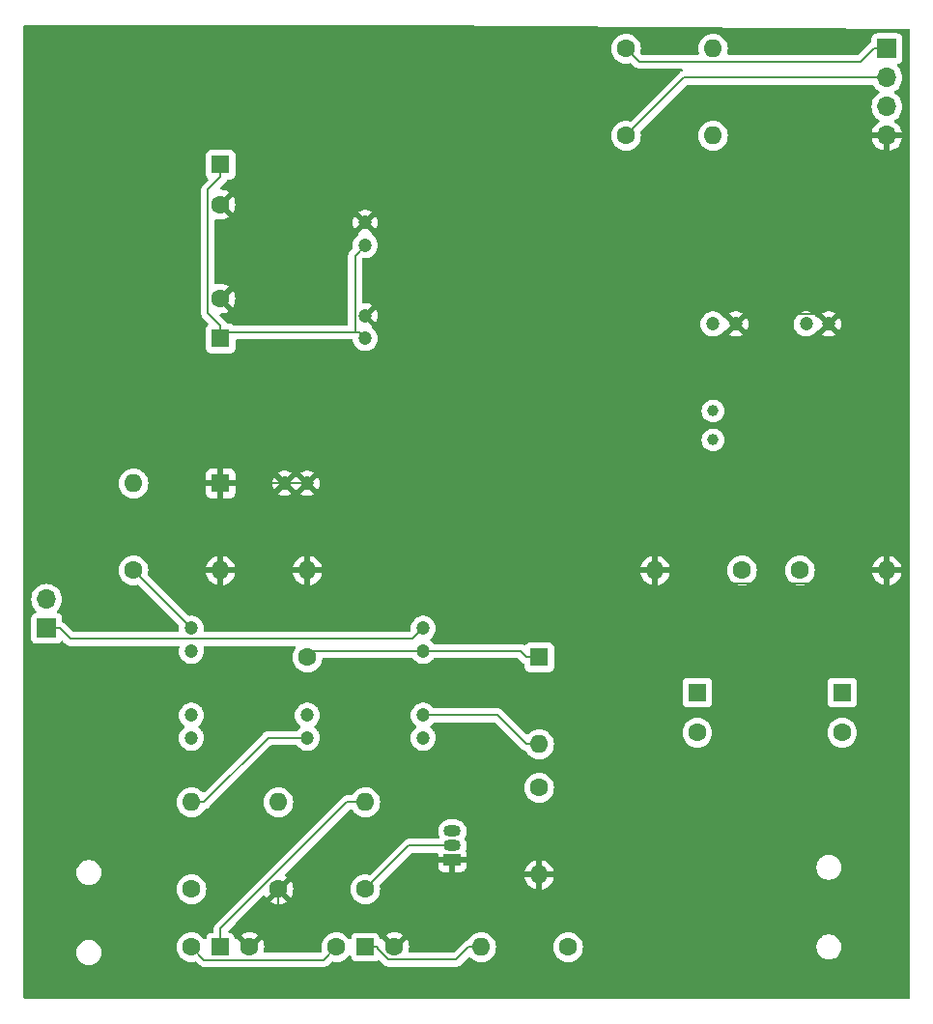
<source format=gbr>
%TF.GenerationSoftware,KiCad,Pcbnew,8.0.4*%
%TF.CreationDate,2024-11-30T00:07:58+09:00*%
%TF.ProjectId,radio_I2C,72616469-6f5f-4493-9243-2e6b69636164,rev?*%
%TF.SameCoordinates,Original*%
%TF.FileFunction,Copper,L2,Bot*%
%TF.FilePolarity,Positive*%
%FSLAX46Y46*%
G04 Gerber Fmt 4.6, Leading zero omitted, Abs format (unit mm)*
G04 Created by KiCad (PCBNEW 8.0.4) date 2024-11-30 00:07:58*
%MOMM*%
%LPD*%
G01*
G04 APERTURE LIST*
%TA.AperFunction,ComponentPad*%
%ADD10R,1.600000X1.600000*%
%TD*%
%TA.AperFunction,ComponentPad*%
%ADD11C,1.600000*%
%TD*%
%TA.AperFunction,ComponentPad*%
%ADD12R,1.700000X1.700000*%
%TD*%
%TA.AperFunction,ComponentPad*%
%ADD13O,1.700000X1.700000*%
%TD*%
%TA.AperFunction,ComponentPad*%
%ADD14O,1.600000X1.600000*%
%TD*%
%TA.AperFunction,ComponentPad*%
%ADD15R,1.500000X1.500000*%
%TD*%
%TA.AperFunction,ComponentPad*%
%ADD16C,1.200000*%
%TD*%
%TA.AperFunction,ComponentPad*%
%ADD17C,1.000000*%
%TD*%
%TA.AperFunction,ComponentPad*%
%ADD18R,1.500000X1.050000*%
%TD*%
%TA.AperFunction,ComponentPad*%
%ADD19O,1.500000X1.050000*%
%TD*%
%TA.AperFunction,ViaPad*%
%ADD20C,0.600000*%
%TD*%
%TA.AperFunction,Conductor*%
%ADD21C,0.200000*%
%TD*%
G04 APERTURE END LIST*
D10*
%TO.P,C8,1*%
%TO.N,LOUT*%
X184040000Y-104700000D03*
D11*
%TO.P,C8,2*%
%TO.N,Net-(C8-Pad2)*%
X184040000Y-108200000D03*
%TD*%
D12*
%TO.P,J4,1,Pin_1*%
%TO.N,AMINP*%
X114300000Y-99060000D03*
D13*
%TO.P,J4,2,Pin_2*%
%TO.N,AMINN*%
X114300000Y-96520000D03*
%TD*%
D10*
%TO.P,D2,1,K*%
%TO.N,AVSS*%
X129540000Y-86360000D03*
D14*
%TO.P,D2,2,A*%
%TO.N,Net-(D2-A)*%
X121920000Y-86360000D03*
%TD*%
D15*
%TO.P,SW2,1,B*%
%TO.N,Net-(SW2-B)*%
X142240000Y-127000000D03*
D11*
%TO.P,SW2,2,C*%
%TO.N,AVDD*%
X139700000Y-127000000D03*
%TO.P,SW2,3,A*%
%TO.N,AVSS*%
X144780000Y-127000000D03*
%TD*%
D16*
%TO.P,C6,1*%
%TO.N,XI{slash}RCLK*%
X172720000Y-72390000D03*
%TO.P,C6,2*%
%TO.N,AVSS*%
X174720000Y-72390000D03*
%TD*%
%TO.P,C5,1*%
%TO.N,XO*%
X180880000Y-72390000D03*
%TO.P,C5,2*%
%TO.N,AVSS*%
X182880000Y-72390000D03*
%TD*%
D10*
%TO.P,C9,1*%
%TO.N,AVDD*%
X129540000Y-58420000D03*
D11*
%TO.P,C9,2*%
%TO.N,AVSS*%
X129540000Y-61920000D03*
%TD*%
D12*
%TO.P,J1,1,Pin_1*%
%TO.N,Net-(J1-Pin_1)*%
X187960000Y-48260000D03*
D13*
%TO.P,J1,2,Pin_2*%
%TO.N,Net-(J1-Pin_2)*%
X187960000Y-50800000D03*
%TO.P,J1,3,Pin_3*%
%TO.N,AVDD*%
X187960000Y-53340000D03*
%TO.P,J1,4,Pin_4*%
%TO.N,AVSS*%
X187960000Y-55880000D03*
%TD*%
D17*
%TO.P,Y1,1,1*%
%TO.N,XO*%
X172720000Y-82550000D03*
%TO.P,Y1,2,2*%
%TO.N,XI{slash}RCLK*%
X172720000Y-80010000D03*
%TD*%
D16*
%TO.P,C3,1*%
%TO.N,Net-(C3-Pad1)*%
X137160000Y-108680000D03*
%TO.P,C3,2*%
%TO.N,Net-(Q1-B)*%
X137160000Y-106680000D03*
%TD*%
D15*
%TO.P,SW1,1,B*%
%TO.N,Net-(SW1-B)*%
X129540000Y-127000000D03*
D11*
%TO.P,SW1,2,C*%
%TO.N,AVDD*%
X127000000Y-127000000D03*
%TO.P,SW1,3,A*%
%TO.N,AVSS*%
X132080000Y-127000000D03*
%TD*%
%TO.P,L1,1,1*%
%TO.N,Net-(C1-Pad2)*%
X127000000Y-121920000D03*
D14*
%TO.P,L1,2,2*%
%TO.N,Net-(C3-Pad1)*%
X127000000Y-114300000D03*
%TD*%
D11*
%TO.P,R10,1*%
%TO.N,Net-(D2-A)*%
X121920000Y-93980000D03*
D14*
%TO.P,R10,2*%
%TO.N,AVSS*%
X129540000Y-93980000D03*
%TD*%
D11*
%TO.P,R8,1*%
%TO.N,Net-(D1-A)*%
X157480000Y-113030000D03*
D14*
%TO.P,R8,2*%
%TO.N,AVSS*%
X157480000Y-120650000D03*
%TD*%
D11*
%TO.P,R1,1*%
%TO.N,Net-(J1-Pin_1)*%
X165100000Y-48260000D03*
D14*
%TO.P,R1,2*%
%TO.N,AVDD*%
X172720000Y-48260000D03*
%TD*%
D16*
%TO.P,C2,1*%
%TO.N,AVDD*%
X142240000Y-73660000D03*
%TO.P,C2,2*%
%TO.N,AVSS*%
X142240000Y-71660000D03*
%TD*%
%TO.P,C12,1*%
%TO.N,AMINP*%
X147320000Y-99060000D03*
%TO.P,C12,2*%
%TO.N,Net-(D1-K)*%
X147320000Y-101060000D03*
%TD*%
%TO.P,C4,1*%
%TO.N,AVDD*%
X142240000Y-65500000D03*
%TO.P,C4,2*%
%TO.N,AVSS*%
X142240000Y-63500000D03*
%TD*%
%TO.P,C11,1*%
%TO.N,Net-(Q1-C)*%
X147320000Y-108680000D03*
%TO.P,C11,2*%
%TO.N,Net-(D1-A)*%
X147320000Y-106680000D03*
%TD*%
%TO.P,C13,1*%
%TO.N,AMINN*%
X127000000Y-101060000D03*
%TO.P,C13,2*%
%TO.N,Net-(D2-A)*%
X127000000Y-99060000D03*
%TD*%
D10*
%TO.P,C7,1*%
%TO.N,ROUT*%
X171340000Y-104700000D03*
D11*
%TO.P,C7,2*%
%TO.N,Net-(C7-Pad2)*%
X171340000Y-108200000D03*
%TD*%
D16*
%TO.P,C1,1*%
%TO.N,RFINP*%
X127000000Y-108680000D03*
%TO.P,C1,2*%
%TO.N,Net-(C1-Pad2)*%
X127000000Y-106680000D03*
%TD*%
D10*
%TO.P,C10,1*%
%TO.N,AVDD*%
X129540000Y-73660000D03*
D11*
%TO.P,C10,2*%
%TO.N,AVSS*%
X129540000Y-70160000D03*
%TD*%
D18*
%TO.P,Q1,1,E*%
%TO.N,AVSS*%
X149860000Y-119380000D03*
D19*
%TO.P,Q1,2,B*%
%TO.N,Net-(Q1-B)*%
X149860000Y-118110000D03*
%TO.P,Q1,3,C*%
%TO.N,Net-(Q1-C)*%
X149860000Y-116840000D03*
%TD*%
D11*
%TO.P,R2,1*%
%TO.N,Net-(J1-Pin_2)*%
X165100000Y-55880000D03*
D14*
%TO.P,R2,2*%
%TO.N,AVDD*%
X172720000Y-55880000D03*
%TD*%
D10*
%TO.P,D1,1,K*%
%TO.N,Net-(D1-K)*%
X157480000Y-101600000D03*
D14*
%TO.P,D1,2,A*%
%TO.N,Net-(D1-A)*%
X157480000Y-109220000D03*
%TD*%
D16*
%TO.P,C14,1*%
%TO.N,AVSS*%
X135160000Y-86360000D03*
%TO.P,C14,2*%
X137160000Y-86360000D03*
%TD*%
D11*
%TO.P,R9,1*%
%TO.N,Net-(D1-K)*%
X137160000Y-101600000D03*
D14*
%TO.P,R9,2*%
%TO.N,AVSS*%
X137160000Y-93980000D03*
%TD*%
D11*
%TO.P,R7,1*%
%TO.N,Net-(Q1-C)*%
X160020000Y-127000000D03*
D14*
%TO.P,R7,2*%
%TO.N,Net-(SW2-B)*%
X152400000Y-127000000D03*
%TD*%
D11*
%TO.P,R6,1*%
%TO.N,AVSS*%
X134620000Y-121920000D03*
D14*
%TO.P,R6,2*%
%TO.N,Net-(Q1-B)*%
X134620000Y-114300000D03*
%TD*%
D11*
%TO.P,R5,1*%
%TO.N,Net-(Q1-B)*%
X142240000Y-121920000D03*
D14*
%TO.P,R5,2*%
%TO.N,Net-(SW1-B)*%
X142240000Y-114300000D03*
%TD*%
D11*
%TO.P,R3,1*%
%TO.N,ROUT*%
X175260000Y-93980000D03*
D14*
%TO.P,R3,2*%
%TO.N,AVSS*%
X167640000Y-93980000D03*
%TD*%
D11*
%TO.P,R4,1*%
%TO.N,LOUT*%
X180340000Y-93980000D03*
D14*
%TO.P,R4,2*%
%TO.N,AVSS*%
X187960000Y-93980000D03*
%TD*%
D20*
%TO.N,AVSS*%
X178500000Y-57500000D03*
X115500000Y-50000000D03*
X170000000Y-123500000D03*
X116000000Y-82000000D03*
X116500000Y-106500000D03*
%TD*%
D21*
%TO.N,AVSS*%
X142240000Y-124460000D02*
X144780000Y-127000000D01*
X137160000Y-86360000D02*
X135160000Y-86360000D01*
X185748000Y-95090300D02*
X169852000Y-95090300D01*
X155108300Y-119380000D02*
X156378300Y-120650000D01*
X134620000Y-121920000D02*
X134620000Y-124460000D01*
X187960000Y-57031700D02*
X181978300Y-63013400D01*
X167640000Y-93980000D02*
X137160000Y-93980000D01*
X134620000Y-124460000D02*
X132080000Y-127000000D01*
X157480000Y-120650000D02*
X156378300Y-120650000D01*
X169852000Y-95090300D02*
X168741700Y-93980000D01*
X149860000Y-119380000D02*
X155108300Y-119380000D01*
X187960000Y-93980000D02*
X186858300Y-93980000D01*
X134620000Y-124460000D02*
X142240000Y-124460000D01*
X174720000Y-72390000D02*
X175621700Y-71488300D01*
X187960000Y-55880000D02*
X187960000Y-57031700D01*
X181978300Y-71488300D02*
X182880000Y-72390000D01*
X167640000Y-93980000D02*
X168741700Y-93980000D01*
X175621700Y-71488300D02*
X181978300Y-71488300D01*
X129540000Y-93980000D02*
X137160000Y-93980000D01*
X181978300Y-63013400D02*
X181978300Y-71488300D01*
X135160000Y-86360000D02*
X129540000Y-86360000D01*
X186858300Y-93980000D02*
X185748000Y-95090300D01*
%TO.N,Net-(D1-K)*%
X157480000Y-101600000D02*
X156378300Y-101600000D01*
X147320000Y-101060000D02*
X137700000Y-101060000D01*
X137700000Y-101060000D02*
X137160000Y-101600000D01*
X156378300Y-101600000D02*
X155838300Y-101060000D01*
X155838300Y-101060000D02*
X147320000Y-101060000D01*
%TO.N,Net-(D1-A)*%
X157480000Y-109220000D02*
X156378300Y-109220000D01*
X147320000Y-106680000D02*
X153838300Y-106680000D01*
X153838300Y-106680000D02*
X156378300Y-109220000D01*
%TO.N,Net-(SW2-B)*%
X142240000Y-127000000D02*
X143291700Y-127000000D01*
X152400000Y-127000000D02*
X151298300Y-127000000D01*
X144267000Y-128106800D02*
X143291700Y-127131500D01*
X150191500Y-128106800D02*
X144267000Y-128106800D01*
X151298300Y-127000000D02*
X150191500Y-128106800D01*
X143291700Y-127131500D02*
X143291700Y-127000000D01*
%TO.N,Net-(Q1-B)*%
X149860000Y-118110000D02*
X146050000Y-118110000D01*
X146050000Y-118110000D02*
X142240000Y-121920000D01*
%TO.N,Net-(SW1-B)*%
X142240000Y-114300000D02*
X140636000Y-114300000D01*
X140636000Y-114300000D02*
X129540000Y-125396000D01*
X129540000Y-125396000D02*
X129540000Y-127000000D01*
%TO.N,AVDD*%
X141328900Y-66411100D02*
X141328900Y-73109100D01*
X138590800Y-128109200D02*
X139700000Y-127000000D01*
X129540000Y-73109100D02*
X141328900Y-73109100D01*
X128438300Y-71456600D02*
X128438300Y-60623400D01*
X127000000Y-127000000D02*
X128109200Y-128109200D01*
X129540000Y-72558300D02*
X128438300Y-71456600D01*
X129540000Y-73660000D02*
X129540000Y-73109100D01*
X141689100Y-73109100D02*
X142240000Y-73660000D01*
X141328900Y-73109100D02*
X141689100Y-73109100D01*
X128438300Y-60623400D02*
X129540000Y-59521700D01*
X129540000Y-73109100D02*
X129540000Y-72558300D01*
X142240000Y-65500000D02*
X141328900Y-66411100D01*
X129540000Y-58420000D02*
X129540000Y-59521700D01*
X128109200Y-128109200D02*
X138590800Y-128109200D01*
%TO.N,Net-(J1-Pin_2)*%
X170180000Y-50800000D02*
X187960000Y-50800000D01*
X165100000Y-55880000D02*
X170180000Y-50800000D01*
%TO.N,Net-(J1-Pin_1)*%
X165100000Y-48260000D02*
X166229200Y-49389200D01*
X185679100Y-49389200D02*
X186808300Y-48260000D01*
X166229200Y-49389200D02*
X185679100Y-49389200D01*
X187960000Y-48260000D02*
X186808300Y-48260000D01*
%TO.N,Net-(D2-A)*%
X127000000Y-99060000D02*
X121920000Y-93980000D01*
%TO.N,AMINP*%
X116389200Y-99997500D02*
X115451700Y-99060000D01*
X147320000Y-99060000D02*
X146382500Y-99997500D01*
X114300000Y-99060000D02*
X115451700Y-99060000D01*
X146382500Y-99997500D02*
X116389200Y-99997500D01*
%TO.N,Net-(C3-Pad1)*%
X128101700Y-114300000D02*
X133721700Y-108680000D01*
X133721700Y-108680000D02*
X137160000Y-108680000D01*
X127000000Y-114300000D02*
X128101700Y-114300000D01*
%TD*%
%TA.AperFunction,Conductor*%
%TO.N,AVSS*%
G36*
X146398468Y-46220503D02*
G01*
X189876298Y-46499207D01*
X189943207Y-46519319D01*
X189988622Y-46572416D01*
X189999500Y-46623203D01*
X189999500Y-131376000D01*
X189979815Y-131443039D01*
X189927011Y-131488794D01*
X189875500Y-131500000D01*
X112384500Y-131500000D01*
X112317461Y-131480315D01*
X112271706Y-131427511D01*
X112260500Y-131376000D01*
X112260500Y-127393389D01*
X116899500Y-127393389D01*
X116899500Y-127566610D01*
X116924852Y-127726681D01*
X116926598Y-127737701D01*
X116980127Y-127902445D01*
X117058768Y-128056788D01*
X117160586Y-128196928D01*
X117283072Y-128319414D01*
X117423212Y-128421232D01*
X117577555Y-128499873D01*
X117742299Y-128553402D01*
X117913389Y-128580500D01*
X117913390Y-128580500D01*
X118086610Y-128580500D01*
X118086611Y-128580500D01*
X118257701Y-128553402D01*
X118422445Y-128499873D01*
X118576788Y-128421232D01*
X118716928Y-128319414D01*
X118839414Y-128196928D01*
X118941232Y-128056788D01*
X119019873Y-127902445D01*
X119073402Y-127737701D01*
X119100500Y-127566611D01*
X119100500Y-127393389D01*
X119073402Y-127222299D01*
X119019873Y-127057555D01*
X118990546Y-126999998D01*
X125694532Y-126999998D01*
X125694532Y-127000001D01*
X125714364Y-127226686D01*
X125714366Y-127226697D01*
X125773258Y-127446488D01*
X125773261Y-127446497D01*
X125869431Y-127652732D01*
X125869432Y-127652734D01*
X125999954Y-127839141D01*
X126160858Y-128000045D01*
X126160861Y-128000047D01*
X126347266Y-128130568D01*
X126553504Y-128226739D01*
X126773308Y-128285635D01*
X126935230Y-128299801D01*
X126999998Y-128305468D01*
X127000000Y-128305468D01*
X127000002Y-128305468D01*
X127056673Y-128300509D01*
X127226692Y-128285635D01*
X127322932Y-128259847D01*
X127392781Y-128261510D01*
X127442705Y-128291940D01*
X127740484Y-128589720D01*
X127740486Y-128589721D01*
X127740490Y-128589724D01*
X127873252Y-128666373D01*
X127877416Y-128668777D01*
X128030143Y-128709701D01*
X128030145Y-128709701D01*
X128195854Y-128709701D01*
X128195870Y-128709700D01*
X138504131Y-128709700D01*
X138504147Y-128709701D01*
X138511743Y-128709701D01*
X138669854Y-128709701D01*
X138669857Y-128709701D01*
X138822585Y-128668777D01*
X138872704Y-128639839D01*
X138959516Y-128589720D01*
X139071320Y-128477916D01*
X139071320Y-128477914D01*
X139081528Y-128467707D01*
X139081530Y-128467704D01*
X139257294Y-128291939D01*
X139318615Y-128258456D01*
X139377066Y-128259847D01*
X139383273Y-128261510D01*
X139473308Y-128285635D01*
X139635230Y-128299801D01*
X139699998Y-128305468D01*
X139700000Y-128305468D01*
X139700002Y-128305468D01*
X139756673Y-128300509D01*
X139926692Y-128285635D01*
X140146496Y-128226739D01*
X140352734Y-128130568D01*
X140539139Y-128000047D01*
X140700047Y-127839139D01*
X140765278Y-127745977D01*
X140819854Y-127702353D01*
X140889352Y-127695159D01*
X140951707Y-127726681D01*
X140987122Y-127786911D01*
X140990143Y-127803847D01*
X140995909Y-127857483D01*
X141046202Y-127992328D01*
X141046206Y-127992335D01*
X141132452Y-128107544D01*
X141132455Y-128107547D01*
X141247664Y-128193793D01*
X141247671Y-128193797D01*
X141382517Y-128244091D01*
X141382516Y-128244091D01*
X141389444Y-128244835D01*
X141442127Y-128250500D01*
X143037872Y-128250499D01*
X143097483Y-128244091D01*
X143232331Y-128193796D01*
X143302116Y-128141554D01*
X143367577Y-128117138D01*
X143435850Y-128131989D01*
X143464106Y-128153141D01*
X143782139Y-128471174D01*
X143782149Y-128471185D01*
X143786479Y-128475515D01*
X143786480Y-128475516D01*
X143898284Y-128587320D01*
X143898286Y-128587321D01*
X143898290Y-128587324D01*
X144035209Y-128666373D01*
X144035216Y-128666377D01*
X144147019Y-128696334D01*
X144187942Y-128707300D01*
X144187943Y-128707300D01*
X150104831Y-128707300D01*
X150104847Y-128707301D01*
X150112443Y-128707301D01*
X150270554Y-128707301D01*
X150270557Y-128707301D01*
X150423285Y-128666377D01*
X150473404Y-128637439D01*
X150560216Y-128587320D01*
X150672020Y-128475516D01*
X150672020Y-128475514D01*
X150682228Y-128465307D01*
X150682230Y-128465304D01*
X151266494Y-127881039D01*
X151327815Y-127847556D01*
X151397507Y-127852540D01*
X151441854Y-127881041D01*
X151560858Y-128000045D01*
X151560861Y-128000047D01*
X151747266Y-128130568D01*
X151953504Y-128226739D01*
X152173308Y-128285635D01*
X152335230Y-128299801D01*
X152399998Y-128305468D01*
X152400000Y-128305468D01*
X152400002Y-128305468D01*
X152456673Y-128300509D01*
X152626692Y-128285635D01*
X152846496Y-128226739D01*
X153052734Y-128130568D01*
X153239139Y-128000047D01*
X153400047Y-127839139D01*
X153530568Y-127652734D01*
X153626739Y-127446496D01*
X153685635Y-127226692D01*
X153705468Y-127000000D01*
X153705468Y-126999998D01*
X158714532Y-126999998D01*
X158714532Y-127000001D01*
X158734364Y-127226686D01*
X158734366Y-127226697D01*
X158793258Y-127446488D01*
X158793261Y-127446497D01*
X158889431Y-127652732D01*
X158889432Y-127652734D01*
X159019954Y-127839141D01*
X159180858Y-128000045D01*
X159180861Y-128000047D01*
X159367266Y-128130568D01*
X159573504Y-128226739D01*
X159793308Y-128285635D01*
X159955230Y-128299801D01*
X160019998Y-128305468D01*
X160020000Y-128305468D01*
X160020002Y-128305468D01*
X160076673Y-128300509D01*
X160246692Y-128285635D01*
X160466496Y-128226739D01*
X160672734Y-128130568D01*
X160859139Y-128000047D01*
X161020047Y-127839139D01*
X161150568Y-127652734D01*
X161246739Y-127446496D01*
X161305635Y-127226692D01*
X161325468Y-127000000D01*
X161317891Y-126913389D01*
X181779500Y-126913389D01*
X181779500Y-127086610D01*
X181801686Y-127226692D01*
X181806598Y-127257701D01*
X181860127Y-127422445D01*
X181938768Y-127576788D01*
X182040586Y-127716928D01*
X182163072Y-127839414D01*
X182303212Y-127941232D01*
X182457555Y-128019873D01*
X182622299Y-128073402D01*
X182793389Y-128100500D01*
X182793390Y-128100500D01*
X182966610Y-128100500D01*
X182966611Y-128100500D01*
X183137701Y-128073402D01*
X183302445Y-128019873D01*
X183456788Y-127941232D01*
X183596928Y-127839414D01*
X183719414Y-127716928D01*
X183821232Y-127576788D01*
X183899873Y-127422445D01*
X183953402Y-127257701D01*
X183980500Y-127086611D01*
X183980500Y-126913389D01*
X183953402Y-126742299D01*
X183899873Y-126577555D01*
X183821232Y-126423212D01*
X183719414Y-126283072D01*
X183596928Y-126160586D01*
X183456788Y-126058768D01*
X183302445Y-125980127D01*
X183137701Y-125926598D01*
X183137699Y-125926597D01*
X183137698Y-125926597D01*
X183006271Y-125905781D01*
X182966611Y-125899500D01*
X182793389Y-125899500D01*
X182753728Y-125905781D01*
X182622302Y-125926597D01*
X182457552Y-125980128D01*
X182303211Y-126058768D01*
X182223256Y-126116859D01*
X182163072Y-126160586D01*
X182163070Y-126160588D01*
X182163069Y-126160588D01*
X182040588Y-126283069D01*
X182040588Y-126283070D01*
X182040586Y-126283072D01*
X182026074Y-126303046D01*
X181938768Y-126423211D01*
X181860128Y-126577552D01*
X181806597Y-126742302D01*
X181779500Y-126913389D01*
X161317891Y-126913389D01*
X161305635Y-126773308D01*
X161246739Y-126553504D01*
X161150568Y-126347266D01*
X161020047Y-126160861D01*
X161020045Y-126160858D01*
X160859141Y-125999954D01*
X160672734Y-125869432D01*
X160672732Y-125869431D01*
X160466497Y-125773261D01*
X160466488Y-125773258D01*
X160246697Y-125714366D01*
X160246693Y-125714365D01*
X160246692Y-125714365D01*
X160246691Y-125714364D01*
X160246686Y-125714364D01*
X160020002Y-125694532D01*
X160019998Y-125694532D01*
X159793313Y-125714364D01*
X159793302Y-125714366D01*
X159573511Y-125773258D01*
X159573502Y-125773261D01*
X159367267Y-125869431D01*
X159367265Y-125869432D01*
X159180858Y-125999954D01*
X159019954Y-126160858D01*
X158889432Y-126347265D01*
X158889431Y-126347267D01*
X158793261Y-126553502D01*
X158793258Y-126553511D01*
X158734366Y-126773302D01*
X158734364Y-126773313D01*
X158714532Y-126999998D01*
X153705468Y-126999998D01*
X153685635Y-126773308D01*
X153626739Y-126553504D01*
X153530568Y-126347266D01*
X153400047Y-126160861D01*
X153400045Y-126160858D01*
X153239141Y-125999954D01*
X153052734Y-125869432D01*
X153052732Y-125869431D01*
X152846497Y-125773261D01*
X152846488Y-125773258D01*
X152626697Y-125714366D01*
X152626693Y-125714365D01*
X152626692Y-125714365D01*
X152626691Y-125714364D01*
X152626686Y-125714364D01*
X152400002Y-125694532D01*
X152399998Y-125694532D01*
X152173313Y-125714364D01*
X152173302Y-125714366D01*
X151953511Y-125773258D01*
X151953502Y-125773261D01*
X151747267Y-125869431D01*
X151747265Y-125869432D01*
X151560858Y-125999954D01*
X151399954Y-126160858D01*
X151269427Y-126347272D01*
X151268615Y-126348680D01*
X151268095Y-126349175D01*
X151266327Y-126351701D01*
X151265819Y-126351345D01*
X151218042Y-126396890D01*
X151193334Y-126406441D01*
X151066516Y-126440423D01*
X151066515Y-126440423D01*
X151066513Y-126440424D01*
X151066509Y-126440426D01*
X150929590Y-126519475D01*
X150929582Y-126519481D01*
X149979084Y-127469981D01*
X149917761Y-127503466D01*
X149891403Y-127506300D01*
X146151797Y-127506300D01*
X146084758Y-127486615D01*
X146039003Y-127433811D01*
X146029059Y-127364653D01*
X146032022Y-127350207D01*
X146065139Y-127226610D01*
X146065141Y-127226599D01*
X146084966Y-127000002D01*
X146084966Y-126999997D01*
X146065141Y-126773400D01*
X146065139Y-126773389D01*
X146006269Y-126553682D01*
X146006264Y-126553668D01*
X145910136Y-126347521D01*
X145910132Y-126347513D01*
X145859025Y-126274526D01*
X145180000Y-126953551D01*
X145180000Y-126947339D01*
X145152741Y-126845606D01*
X145100080Y-126754394D01*
X145025606Y-126679920D01*
X144934394Y-126627259D01*
X144832661Y-126600000D01*
X144826448Y-126600000D01*
X145505472Y-125920974D01*
X145432478Y-125869863D01*
X145226331Y-125773735D01*
X145226317Y-125773730D01*
X145006610Y-125714860D01*
X145006599Y-125714858D01*
X144780002Y-125695034D01*
X144779998Y-125695034D01*
X144553400Y-125714858D01*
X144553389Y-125714860D01*
X144333682Y-125773730D01*
X144333673Y-125773734D01*
X144127516Y-125869866D01*
X144127512Y-125869868D01*
X144054526Y-125920973D01*
X144054526Y-125920974D01*
X144733553Y-126600000D01*
X144727339Y-126600000D01*
X144625606Y-126627259D01*
X144534394Y-126679920D01*
X144459920Y-126754394D01*
X144407259Y-126845606D01*
X144380000Y-126947339D01*
X144380000Y-126953552D01*
X143700974Y-126274526D01*
X143688756Y-126275595D01*
X143660223Y-126298402D01*
X143590724Y-126305594D01*
X143528370Y-126274070D01*
X143492958Y-126213840D01*
X143489938Y-126196912D01*
X143484091Y-126142517D01*
X143433796Y-126007669D01*
X143433795Y-126007668D01*
X143433793Y-126007664D01*
X143347547Y-125892455D01*
X143347544Y-125892452D01*
X143232335Y-125806206D01*
X143232328Y-125806202D01*
X143097482Y-125755908D01*
X143097483Y-125755908D01*
X143037883Y-125749501D01*
X143037881Y-125749500D01*
X143037873Y-125749500D01*
X143037864Y-125749500D01*
X141442129Y-125749500D01*
X141442123Y-125749501D01*
X141382516Y-125755908D01*
X141247671Y-125806202D01*
X141247664Y-125806206D01*
X141132455Y-125892452D01*
X141132452Y-125892455D01*
X141046206Y-126007664D01*
X141046202Y-126007671D01*
X140995908Y-126142516D01*
X140990142Y-126196154D01*
X140963404Y-126260705D01*
X140906012Y-126300553D01*
X140836186Y-126303046D01*
X140776098Y-126267393D01*
X140765278Y-126254021D01*
X140700045Y-126160858D01*
X140539141Y-125999954D01*
X140352734Y-125869432D01*
X140352732Y-125869431D01*
X140146497Y-125773261D01*
X140146488Y-125773258D01*
X139926697Y-125714366D01*
X139926693Y-125714365D01*
X139926692Y-125714365D01*
X139926691Y-125714364D01*
X139926686Y-125714364D01*
X139700002Y-125694532D01*
X139699998Y-125694532D01*
X139473313Y-125714364D01*
X139473302Y-125714366D01*
X139253511Y-125773258D01*
X139253502Y-125773261D01*
X139047267Y-125869431D01*
X139047265Y-125869432D01*
X138860858Y-125999954D01*
X138699954Y-126160858D01*
X138569432Y-126347265D01*
X138569431Y-126347267D01*
X138473261Y-126553502D01*
X138473258Y-126553511D01*
X138414366Y-126773302D01*
X138414364Y-126773313D01*
X138394532Y-126999998D01*
X138394532Y-127000001D01*
X138414364Y-127226686D01*
X138414366Y-127226697D01*
X138440152Y-127322931D01*
X138438489Y-127392781D01*
X138408060Y-127442704D01*
X138378385Y-127472380D01*
X138317062Y-127505866D01*
X138290702Y-127508700D01*
X133451154Y-127508700D01*
X133384115Y-127489015D01*
X133338360Y-127436211D01*
X133328416Y-127367053D01*
X133331379Y-127352607D01*
X133365139Y-127226610D01*
X133365141Y-127226599D01*
X133384966Y-127000002D01*
X133384966Y-126999997D01*
X133365141Y-126773400D01*
X133365139Y-126773389D01*
X133306269Y-126553682D01*
X133306264Y-126553668D01*
X133210136Y-126347521D01*
X133210132Y-126347513D01*
X133159025Y-126274526D01*
X132480000Y-126953551D01*
X132480000Y-126947339D01*
X132452741Y-126845606D01*
X132400080Y-126754394D01*
X132325606Y-126679920D01*
X132234394Y-126627259D01*
X132132661Y-126600000D01*
X132126448Y-126600000D01*
X132805472Y-125920974D01*
X132732478Y-125869863D01*
X132526331Y-125773735D01*
X132526317Y-125773730D01*
X132306610Y-125714860D01*
X132306599Y-125714858D01*
X132080002Y-125695034D01*
X132079998Y-125695034D01*
X131853400Y-125714858D01*
X131853389Y-125714860D01*
X131633682Y-125773730D01*
X131633673Y-125773734D01*
X131427516Y-125869866D01*
X131427512Y-125869868D01*
X131354526Y-125920973D01*
X131354526Y-125920974D01*
X132033553Y-126600000D01*
X132027339Y-126600000D01*
X131925606Y-126627259D01*
X131834394Y-126679920D01*
X131759920Y-126754394D01*
X131707259Y-126845606D01*
X131680000Y-126947339D01*
X131680000Y-126953552D01*
X131000974Y-126274526D01*
X130988756Y-126275595D01*
X130960223Y-126298402D01*
X130890724Y-126305594D01*
X130828370Y-126274070D01*
X130792958Y-126213840D01*
X130789938Y-126196912D01*
X130784091Y-126142517D01*
X130733796Y-126007669D01*
X130733795Y-126007668D01*
X130733793Y-126007664D01*
X130647547Y-125892455D01*
X130647544Y-125892452D01*
X130532335Y-125806206D01*
X130532328Y-125806202D01*
X130397482Y-125755908D01*
X130397483Y-125755908D01*
X130337883Y-125749501D01*
X130337881Y-125749500D01*
X130337873Y-125749500D01*
X130337865Y-125749500D01*
X130335097Y-125749500D01*
X130268058Y-125729815D01*
X130222303Y-125677011D01*
X130212359Y-125607853D01*
X130241384Y-125544297D01*
X130247416Y-125537819D01*
X130869757Y-124915478D01*
X133276522Y-122508713D01*
X133337840Y-122475231D01*
X133407532Y-122480215D01*
X133463465Y-122522087D01*
X133476580Y-122543992D01*
X133489864Y-122572480D01*
X133540974Y-122645472D01*
X134220000Y-121966446D01*
X134220000Y-121972661D01*
X134247259Y-122074394D01*
X134299920Y-122165606D01*
X134374394Y-122240080D01*
X134465606Y-122292741D01*
X134567339Y-122320000D01*
X134573553Y-122320000D01*
X133894526Y-122999025D01*
X133967513Y-123050132D01*
X133967521Y-123050136D01*
X134173668Y-123146264D01*
X134173682Y-123146269D01*
X134393389Y-123205139D01*
X134393400Y-123205141D01*
X134619998Y-123224966D01*
X134620002Y-123224966D01*
X134846599Y-123205141D01*
X134846610Y-123205139D01*
X135066317Y-123146269D01*
X135066331Y-123146264D01*
X135272478Y-123050136D01*
X135345471Y-122999024D01*
X134666447Y-122320000D01*
X134672661Y-122320000D01*
X134774394Y-122292741D01*
X134865606Y-122240080D01*
X134940080Y-122165606D01*
X134992741Y-122074394D01*
X135020000Y-121972661D01*
X135020000Y-121966447D01*
X135699024Y-122645471D01*
X135750136Y-122572478D01*
X135846264Y-122366331D01*
X135846269Y-122366317D01*
X135905139Y-122146610D01*
X135905141Y-122146599D01*
X135924966Y-121920002D01*
X135924966Y-121919998D01*
X140934532Y-121919998D01*
X140934532Y-121920001D01*
X140954364Y-122146686D01*
X140954366Y-122146697D01*
X141013258Y-122366488D01*
X141013261Y-122366497D01*
X141109431Y-122572732D01*
X141109432Y-122572734D01*
X141239954Y-122759141D01*
X141400858Y-122920045D01*
X141400861Y-122920047D01*
X141587266Y-123050568D01*
X141793504Y-123146739D01*
X142013308Y-123205635D01*
X142175230Y-123219801D01*
X142239998Y-123225468D01*
X142240000Y-123225468D01*
X142240002Y-123225468D01*
X142296673Y-123220509D01*
X142466692Y-123205635D01*
X142686496Y-123146739D01*
X142892734Y-123050568D01*
X143079139Y-122920047D01*
X143240047Y-122759139D01*
X143370568Y-122572734D01*
X143466739Y-122366496D01*
X143525635Y-122146692D01*
X143545468Y-121920000D01*
X143525635Y-121693308D01*
X143499847Y-121597066D01*
X143501510Y-121527217D01*
X143531939Y-121477294D01*
X146262417Y-118746819D01*
X146323740Y-118713334D01*
X146350098Y-118710500D01*
X148486000Y-118710500D01*
X148553039Y-118730185D01*
X148598794Y-118782989D01*
X148610000Y-118834500D01*
X148610000Y-119130000D01*
X149494134Y-119130000D01*
X149518326Y-119132383D01*
X149521123Y-119132939D01*
X149533995Y-119135499D01*
X149533996Y-119135500D01*
X149533997Y-119135500D01*
X149574170Y-119135500D01*
X149559925Y-119149745D01*
X149510556Y-119235255D01*
X149485000Y-119330630D01*
X149485000Y-119429370D01*
X149510556Y-119524745D01*
X149559925Y-119610255D01*
X149579670Y-119630000D01*
X148610000Y-119630000D01*
X148610000Y-119952844D01*
X148616401Y-120012372D01*
X148616403Y-120012379D01*
X148666645Y-120147086D01*
X148666649Y-120147093D01*
X148752809Y-120262187D01*
X148752812Y-120262190D01*
X148867906Y-120348350D01*
X148867913Y-120348354D01*
X149002620Y-120398596D01*
X149002627Y-120398598D01*
X149062155Y-120404999D01*
X149062172Y-120405000D01*
X149610000Y-120405000D01*
X149610000Y-119660330D01*
X149629745Y-119680075D01*
X149715255Y-119729444D01*
X149810630Y-119755000D01*
X149909370Y-119755000D01*
X150004745Y-119729444D01*
X150090255Y-119680075D01*
X150110000Y-119660330D01*
X150110000Y-120405000D01*
X150657828Y-120405000D01*
X150657844Y-120404999D01*
X150704343Y-120399999D01*
X156201127Y-120399999D01*
X156201128Y-120400000D01*
X157164314Y-120400000D01*
X157159920Y-120404394D01*
X157107259Y-120495606D01*
X157080000Y-120597339D01*
X157080000Y-120702661D01*
X157107259Y-120804394D01*
X157159920Y-120895606D01*
X157164314Y-120900000D01*
X156201128Y-120900000D01*
X156253730Y-121096317D01*
X156253734Y-121096326D01*
X156349865Y-121302482D01*
X156480342Y-121488820D01*
X156641179Y-121649657D01*
X156827517Y-121780134D01*
X157033673Y-121876265D01*
X157033682Y-121876269D01*
X157229999Y-121928872D01*
X157230000Y-121928871D01*
X157230000Y-120965686D01*
X157234394Y-120970080D01*
X157325606Y-121022741D01*
X157427339Y-121050000D01*
X157532661Y-121050000D01*
X157634394Y-121022741D01*
X157725606Y-120970080D01*
X157730000Y-120965686D01*
X157730000Y-121928872D01*
X157926317Y-121876269D01*
X157926326Y-121876265D01*
X158132482Y-121780134D01*
X158318820Y-121649657D01*
X158479657Y-121488820D01*
X158610134Y-121302482D01*
X158706265Y-121096326D01*
X158706269Y-121096317D01*
X158758872Y-120900000D01*
X157795686Y-120900000D01*
X157800080Y-120895606D01*
X157852741Y-120804394D01*
X157880000Y-120702661D01*
X157880000Y-120597339D01*
X157852741Y-120495606D01*
X157800080Y-120404394D01*
X157795686Y-120400000D01*
X158758872Y-120400000D01*
X158758872Y-120399999D01*
X158706269Y-120203682D01*
X158706265Y-120203673D01*
X158610134Y-119997517D01*
X158551226Y-119913389D01*
X181779500Y-119913389D01*
X181779500Y-120086611D01*
X181806598Y-120257701D01*
X181860127Y-120422445D01*
X181938768Y-120576788D01*
X182040586Y-120716928D01*
X182163072Y-120839414D01*
X182303212Y-120941232D01*
X182457555Y-121019873D01*
X182622299Y-121073402D01*
X182793389Y-121100500D01*
X182793390Y-121100500D01*
X182966610Y-121100500D01*
X182966611Y-121100500D01*
X183137701Y-121073402D01*
X183302445Y-121019873D01*
X183456788Y-120941232D01*
X183596928Y-120839414D01*
X183719414Y-120716928D01*
X183821232Y-120576788D01*
X183899873Y-120422445D01*
X183953402Y-120257701D01*
X183980500Y-120086611D01*
X183980500Y-119913389D01*
X183953402Y-119742299D01*
X183899873Y-119577555D01*
X183821232Y-119423212D01*
X183719414Y-119283072D01*
X183596928Y-119160586D01*
X183456788Y-119058768D01*
X183302445Y-118980127D01*
X183137701Y-118926598D01*
X183137699Y-118926597D01*
X183137698Y-118926597D01*
X183006271Y-118905781D01*
X182966611Y-118899500D01*
X182793389Y-118899500D01*
X182753728Y-118905781D01*
X182622302Y-118926597D01*
X182457552Y-118980128D01*
X182303211Y-119058768D01*
X182251841Y-119096091D01*
X182163072Y-119160586D01*
X182163070Y-119160588D01*
X182163069Y-119160588D01*
X182040588Y-119283069D01*
X182040588Y-119283070D01*
X182040586Y-119283072D01*
X182006033Y-119330630D01*
X181938768Y-119423211D01*
X181860128Y-119577552D01*
X181806597Y-119742302D01*
X181795688Y-119811179D01*
X181779500Y-119913389D01*
X158551226Y-119913389D01*
X158479657Y-119811179D01*
X158318820Y-119650342D01*
X158132482Y-119519865D01*
X157926328Y-119423734D01*
X157730000Y-119371127D01*
X157730000Y-120334314D01*
X157725606Y-120329920D01*
X157634394Y-120277259D01*
X157532661Y-120250000D01*
X157427339Y-120250000D01*
X157325606Y-120277259D01*
X157234394Y-120329920D01*
X157230000Y-120334314D01*
X157230000Y-119371127D01*
X157033671Y-119423734D01*
X156827517Y-119519865D01*
X156641179Y-119650342D01*
X156480342Y-119811179D01*
X156349865Y-119997517D01*
X156253734Y-120203673D01*
X156253730Y-120203682D01*
X156201127Y-120399999D01*
X150704343Y-120399999D01*
X150717372Y-120398598D01*
X150717379Y-120398596D01*
X150852086Y-120348354D01*
X150852093Y-120348350D01*
X150967187Y-120262190D01*
X150967190Y-120262187D01*
X151053350Y-120147093D01*
X151053354Y-120147086D01*
X151103596Y-120012379D01*
X151103598Y-120012372D01*
X151109999Y-119952844D01*
X151110000Y-119952827D01*
X151110000Y-119630000D01*
X150140330Y-119630000D01*
X150160075Y-119610255D01*
X150209444Y-119524745D01*
X150235000Y-119429370D01*
X150235000Y-119330630D01*
X150209444Y-119235255D01*
X150160075Y-119149745D01*
X150145830Y-119135500D01*
X150186004Y-119135500D01*
X150186004Y-119135499D01*
X150199473Y-119132820D01*
X150201674Y-119132383D01*
X150225866Y-119130000D01*
X151110000Y-119130000D01*
X151110000Y-118807172D01*
X151109999Y-118807155D01*
X151103598Y-118747627D01*
X151103596Y-118747620D01*
X151053354Y-118612913D01*
X151053353Y-118612911D01*
X151052745Y-118612099D01*
X151052390Y-118611148D01*
X151049103Y-118605128D01*
X151049968Y-118604655D01*
X151028329Y-118546634D01*
X151037451Y-118490339D01*
X151071091Y-118409127D01*
X151110500Y-118211003D01*
X151110500Y-118008997D01*
X151071091Y-117810873D01*
X150993786Y-117624244D01*
X150940094Y-117543889D01*
X150919217Y-117477214D01*
X150937701Y-117409834D01*
X150940078Y-117406134D01*
X150993786Y-117325756D01*
X151071091Y-117139127D01*
X151110500Y-116941003D01*
X151110500Y-116738997D01*
X151071091Y-116540873D01*
X150993786Y-116354244D01*
X150993784Y-116354241D01*
X150993782Y-116354237D01*
X150881558Y-116186281D01*
X150738718Y-116043441D01*
X150570762Y-115931217D01*
X150570752Y-115931212D01*
X150384127Y-115853909D01*
X150384119Y-115853907D01*
X150186007Y-115814500D01*
X150186003Y-115814500D01*
X149533997Y-115814500D01*
X149533992Y-115814500D01*
X149335880Y-115853907D01*
X149335872Y-115853909D01*
X149149247Y-115931212D01*
X149149237Y-115931217D01*
X148981281Y-116043441D01*
X148838441Y-116186281D01*
X148726217Y-116354237D01*
X148726212Y-116354247D01*
X148648909Y-116540872D01*
X148648907Y-116540880D01*
X148609500Y-116738992D01*
X148609500Y-116941007D01*
X148648907Y-117139119D01*
X148648909Y-117139127D01*
X148726214Y-117325757D01*
X148726900Y-117327040D01*
X148727056Y-117327789D01*
X148728545Y-117331384D01*
X148727863Y-117331666D01*
X148741147Y-117395442D01*
X148716151Y-117460687D01*
X148659848Y-117502061D01*
X148617546Y-117509500D01*
X146136670Y-117509500D01*
X146136654Y-117509499D01*
X146129058Y-117509499D01*
X145970943Y-117509499D01*
X145894579Y-117529961D01*
X145818214Y-117550423D01*
X145818209Y-117550426D01*
X145681290Y-117629475D01*
X145681282Y-117629481D01*
X142682705Y-120628058D01*
X142621382Y-120661543D01*
X142562931Y-120660152D01*
X142466697Y-120634366D01*
X142466693Y-120634365D01*
X142466692Y-120634365D01*
X142466691Y-120634364D01*
X142466686Y-120634364D01*
X142240002Y-120614532D01*
X142239998Y-120614532D01*
X142013313Y-120634364D01*
X142013302Y-120634366D01*
X141793511Y-120693258D01*
X141793502Y-120693261D01*
X141587267Y-120789431D01*
X141587265Y-120789432D01*
X141400858Y-120919954D01*
X141239954Y-121080858D01*
X141109432Y-121267265D01*
X141109431Y-121267267D01*
X141013261Y-121473502D01*
X141013258Y-121473511D01*
X140954366Y-121693302D01*
X140954364Y-121693313D01*
X140934532Y-121919998D01*
X135924966Y-121919998D01*
X135924966Y-121919997D01*
X135905141Y-121693400D01*
X135905139Y-121693389D01*
X135846269Y-121473682D01*
X135846264Y-121473668D01*
X135750136Y-121267521D01*
X135750132Y-121267513D01*
X135699025Y-121194526D01*
X135020000Y-121873551D01*
X135020000Y-121867339D01*
X134992741Y-121765606D01*
X134940080Y-121674394D01*
X134865606Y-121599920D01*
X134774394Y-121547259D01*
X134672661Y-121520000D01*
X134666446Y-121520000D01*
X135345472Y-120840974D01*
X135272480Y-120789864D01*
X135243992Y-120776580D01*
X135191553Y-120730407D01*
X135172401Y-120663213D01*
X135192617Y-120596332D01*
X135208705Y-120576530D01*
X140848417Y-114936819D01*
X140909740Y-114903334D01*
X140936098Y-114900500D01*
X141008308Y-114900500D01*
X141075347Y-114920185D01*
X141109880Y-114953374D01*
X141195480Y-115075624D01*
X141239954Y-115139141D01*
X141400858Y-115300045D01*
X141400861Y-115300047D01*
X141587266Y-115430568D01*
X141793504Y-115526739D01*
X142013308Y-115585635D01*
X142175230Y-115599801D01*
X142239998Y-115605468D01*
X142240000Y-115605468D01*
X142240002Y-115605468D01*
X142296673Y-115600509D01*
X142466692Y-115585635D01*
X142686496Y-115526739D01*
X142892734Y-115430568D01*
X143079139Y-115300047D01*
X143240047Y-115139139D01*
X143370568Y-114952734D01*
X143466739Y-114746496D01*
X143525635Y-114526692D01*
X143545468Y-114300000D01*
X143525635Y-114073308D01*
X143466739Y-113853504D01*
X143370568Y-113647266D01*
X143240047Y-113460861D01*
X143240045Y-113460858D01*
X143079141Y-113299954D01*
X142892734Y-113169432D01*
X142892732Y-113169431D01*
X142686497Y-113073261D01*
X142686488Y-113073258D01*
X142525037Y-113029998D01*
X156174532Y-113029998D01*
X156174532Y-113030001D01*
X156194364Y-113256686D01*
X156194366Y-113256697D01*
X156253258Y-113476488D01*
X156253261Y-113476497D01*
X156349431Y-113682732D01*
X156349432Y-113682734D01*
X156479954Y-113869141D01*
X156640858Y-114030045D01*
X156640861Y-114030047D01*
X156827266Y-114160568D01*
X157033504Y-114256739D01*
X157253308Y-114315635D01*
X157415230Y-114329801D01*
X157479998Y-114335468D01*
X157480000Y-114335468D01*
X157480002Y-114335468D01*
X157536673Y-114330509D01*
X157706692Y-114315635D01*
X157926496Y-114256739D01*
X158132734Y-114160568D01*
X158319139Y-114030047D01*
X158480047Y-113869139D01*
X158610568Y-113682734D01*
X158706739Y-113476496D01*
X158765635Y-113256692D01*
X158785468Y-113030000D01*
X158765635Y-112803308D01*
X158706739Y-112583504D01*
X158610568Y-112377266D01*
X158480047Y-112190861D01*
X158480045Y-112190858D01*
X158319141Y-112029954D01*
X158132734Y-111899432D01*
X158132732Y-111899431D01*
X157926497Y-111803261D01*
X157926488Y-111803258D01*
X157706697Y-111744366D01*
X157706693Y-111744365D01*
X157706692Y-111744365D01*
X157706691Y-111744364D01*
X157706686Y-111744364D01*
X157480002Y-111724532D01*
X157479998Y-111724532D01*
X157253313Y-111744364D01*
X157253302Y-111744366D01*
X157033511Y-111803258D01*
X157033502Y-111803261D01*
X156827267Y-111899431D01*
X156827265Y-111899432D01*
X156640858Y-112029954D01*
X156479954Y-112190858D01*
X156349432Y-112377265D01*
X156349431Y-112377267D01*
X156253261Y-112583502D01*
X156253258Y-112583511D01*
X156194366Y-112803302D01*
X156194364Y-112803313D01*
X156174532Y-113029998D01*
X142525037Y-113029998D01*
X142466697Y-113014366D01*
X142466693Y-113014365D01*
X142466692Y-113014365D01*
X142466691Y-113014364D01*
X142466686Y-113014364D01*
X142240002Y-112994532D01*
X142239998Y-112994532D01*
X142013313Y-113014364D01*
X142013302Y-113014366D01*
X141793511Y-113073258D01*
X141793502Y-113073261D01*
X141587267Y-113169431D01*
X141587265Y-113169432D01*
X141400858Y-113299954D01*
X141239954Y-113460858D01*
X141202247Y-113514711D01*
X141109881Y-113646624D01*
X141055307Y-113690248D01*
X141008308Y-113699500D01*
X140722670Y-113699500D01*
X140722654Y-113699499D01*
X140715058Y-113699499D01*
X140556943Y-113699499D01*
X140480579Y-113719961D01*
X140404214Y-113740423D01*
X140404209Y-113740426D01*
X140267290Y-113819475D01*
X140267282Y-113819481D01*
X129059481Y-125027282D01*
X129059479Y-125027285D01*
X129009361Y-125114094D01*
X129009359Y-125114096D01*
X128980425Y-125164209D01*
X128980424Y-125164210D01*
X128980423Y-125164215D01*
X128939499Y-125316943D01*
X128939499Y-125316945D01*
X128939499Y-125485046D01*
X128939500Y-125485059D01*
X128939500Y-125625500D01*
X128919815Y-125692539D01*
X128867011Y-125738294D01*
X128815502Y-125749500D01*
X128742130Y-125749500D01*
X128742123Y-125749501D01*
X128682516Y-125755908D01*
X128547671Y-125806202D01*
X128547664Y-125806206D01*
X128432455Y-125892452D01*
X128432452Y-125892455D01*
X128346206Y-126007664D01*
X128346202Y-126007671D01*
X128295908Y-126142516D01*
X128290142Y-126196154D01*
X128263404Y-126260705D01*
X128206012Y-126300553D01*
X128136186Y-126303046D01*
X128076098Y-126267393D01*
X128065278Y-126254021D01*
X128000045Y-126160858D01*
X127839141Y-125999954D01*
X127652734Y-125869432D01*
X127652732Y-125869431D01*
X127446497Y-125773261D01*
X127446488Y-125773258D01*
X127226697Y-125714366D01*
X127226693Y-125714365D01*
X127226692Y-125714365D01*
X127226691Y-125714364D01*
X127226686Y-125714364D01*
X127000002Y-125694532D01*
X126999998Y-125694532D01*
X126773313Y-125714364D01*
X126773302Y-125714366D01*
X126553511Y-125773258D01*
X126553502Y-125773261D01*
X126347267Y-125869431D01*
X126347265Y-125869432D01*
X126160858Y-125999954D01*
X125999954Y-126160858D01*
X125869432Y-126347265D01*
X125869431Y-126347267D01*
X125773261Y-126553502D01*
X125773258Y-126553511D01*
X125714366Y-126773302D01*
X125714364Y-126773313D01*
X125694532Y-126999998D01*
X118990546Y-126999998D01*
X118941232Y-126903212D01*
X118839414Y-126763072D01*
X118716928Y-126640586D01*
X118576788Y-126538768D01*
X118422445Y-126460127D01*
X118257701Y-126406598D01*
X118257699Y-126406597D01*
X118257698Y-126406597D01*
X118126271Y-126385781D01*
X118086611Y-126379500D01*
X117913389Y-126379500D01*
X117873728Y-126385781D01*
X117742302Y-126406597D01*
X117577552Y-126460128D01*
X117423211Y-126538768D01*
X117369826Y-126577555D01*
X117283072Y-126640586D01*
X117283070Y-126640588D01*
X117283069Y-126640588D01*
X117160588Y-126763069D01*
X117160588Y-126763070D01*
X117160586Y-126763072D01*
X117121050Y-126817489D01*
X117058768Y-126903211D01*
X116980128Y-127057552D01*
X116926597Y-127222302D01*
X116899500Y-127393389D01*
X112260500Y-127393389D01*
X112260500Y-121919998D01*
X125694532Y-121919998D01*
X125694532Y-121920001D01*
X125714364Y-122146686D01*
X125714366Y-122146697D01*
X125773258Y-122366488D01*
X125773261Y-122366497D01*
X125869431Y-122572732D01*
X125869432Y-122572734D01*
X125999954Y-122759141D01*
X126160858Y-122920045D01*
X126160861Y-122920047D01*
X126347266Y-123050568D01*
X126553504Y-123146739D01*
X126773308Y-123205635D01*
X126935230Y-123219801D01*
X126999998Y-123225468D01*
X127000000Y-123225468D01*
X127000002Y-123225468D01*
X127056673Y-123220509D01*
X127226692Y-123205635D01*
X127446496Y-123146739D01*
X127652734Y-123050568D01*
X127839139Y-122920047D01*
X128000047Y-122759139D01*
X128130568Y-122572734D01*
X128226739Y-122366496D01*
X128285635Y-122146692D01*
X128305468Y-121920000D01*
X128285635Y-121693308D01*
X128226739Y-121473504D01*
X128130568Y-121267266D01*
X128000047Y-121080861D01*
X128000045Y-121080858D01*
X127839141Y-120919954D01*
X127652734Y-120789432D01*
X127652732Y-120789431D01*
X127446497Y-120693261D01*
X127446488Y-120693258D01*
X127226697Y-120634366D01*
X127226693Y-120634365D01*
X127226692Y-120634365D01*
X127226691Y-120634364D01*
X127226686Y-120634364D01*
X127000002Y-120614532D01*
X126999998Y-120614532D01*
X126773313Y-120634364D01*
X126773302Y-120634366D01*
X126553511Y-120693258D01*
X126553502Y-120693261D01*
X126347267Y-120789431D01*
X126347265Y-120789432D01*
X126160858Y-120919954D01*
X125999954Y-121080858D01*
X125869432Y-121267265D01*
X125869431Y-121267267D01*
X125773261Y-121473502D01*
X125773258Y-121473511D01*
X125714366Y-121693302D01*
X125714364Y-121693313D01*
X125694532Y-121919998D01*
X112260500Y-121919998D01*
X112260500Y-120393389D01*
X116899500Y-120393389D01*
X116899500Y-120566610D01*
X116925442Y-120730407D01*
X116926598Y-120737701D01*
X116980127Y-120902445D01*
X117058768Y-121056788D01*
X117160586Y-121196928D01*
X117283072Y-121319414D01*
X117423212Y-121421232D01*
X117577555Y-121499873D01*
X117742299Y-121553402D01*
X117913389Y-121580500D01*
X117913390Y-121580500D01*
X118086610Y-121580500D01*
X118086611Y-121580500D01*
X118257701Y-121553402D01*
X118422445Y-121499873D01*
X118576788Y-121421232D01*
X118716928Y-121319414D01*
X118839414Y-121196928D01*
X118941232Y-121056788D01*
X119019873Y-120902445D01*
X119073402Y-120737701D01*
X119100500Y-120566611D01*
X119100500Y-120393389D01*
X119073402Y-120222299D01*
X119019873Y-120057555D01*
X118941232Y-119903212D01*
X118839414Y-119763072D01*
X118716928Y-119640586D01*
X118576788Y-119538768D01*
X118422445Y-119460127D01*
X118257701Y-119406598D01*
X118257699Y-119406597D01*
X118257698Y-119406597D01*
X118126271Y-119385781D01*
X118086611Y-119379500D01*
X117913389Y-119379500D01*
X117873728Y-119385781D01*
X117742302Y-119406597D01*
X117577552Y-119460128D01*
X117423211Y-119538768D01*
X117369826Y-119577555D01*
X117283072Y-119640586D01*
X117283070Y-119640588D01*
X117283069Y-119640588D01*
X117160588Y-119763069D01*
X117160588Y-119763070D01*
X117160586Y-119763072D01*
X117125634Y-119811179D01*
X117058768Y-119903211D01*
X116980128Y-120057552D01*
X116926597Y-120222302D01*
X116899500Y-120393389D01*
X112260500Y-120393389D01*
X112260500Y-114299998D01*
X125694532Y-114299998D01*
X125694532Y-114300001D01*
X125714364Y-114526686D01*
X125714366Y-114526697D01*
X125773258Y-114746488D01*
X125773261Y-114746497D01*
X125869431Y-114952732D01*
X125869432Y-114952734D01*
X125999954Y-115139141D01*
X126160858Y-115300045D01*
X126160861Y-115300047D01*
X126347266Y-115430568D01*
X126553504Y-115526739D01*
X126773308Y-115585635D01*
X126935230Y-115599801D01*
X126999998Y-115605468D01*
X127000000Y-115605468D01*
X127000002Y-115605468D01*
X127056673Y-115600509D01*
X127226692Y-115585635D01*
X127446496Y-115526739D01*
X127652734Y-115430568D01*
X127839139Y-115300047D01*
X128000047Y-115139139D01*
X128130568Y-114952734D01*
X128130576Y-114952716D01*
X128131372Y-114951339D01*
X128131890Y-114950844D01*
X128133673Y-114948299D01*
X128134184Y-114948657D01*
X128181935Y-114903120D01*
X128206660Y-114893560D01*
X128333485Y-114859577D01*
X128383604Y-114830639D01*
X128470416Y-114780520D01*
X128582220Y-114668716D01*
X128582220Y-114668714D01*
X128592428Y-114658507D01*
X128592429Y-114658504D01*
X128950935Y-114299998D01*
X133314532Y-114299998D01*
X133314532Y-114300001D01*
X133334364Y-114526686D01*
X133334366Y-114526697D01*
X133393258Y-114746488D01*
X133393261Y-114746497D01*
X133489431Y-114952732D01*
X133489432Y-114952734D01*
X133619954Y-115139141D01*
X133780858Y-115300045D01*
X133780861Y-115300047D01*
X133967266Y-115430568D01*
X134173504Y-115526739D01*
X134393308Y-115585635D01*
X134555230Y-115599801D01*
X134619998Y-115605468D01*
X134620000Y-115605468D01*
X134620002Y-115605468D01*
X134676673Y-115600509D01*
X134846692Y-115585635D01*
X135066496Y-115526739D01*
X135272734Y-115430568D01*
X135459139Y-115300047D01*
X135620047Y-115139139D01*
X135750568Y-114952734D01*
X135846739Y-114746496D01*
X135905635Y-114526692D01*
X135925468Y-114300000D01*
X135905635Y-114073308D01*
X135846739Y-113853504D01*
X135750568Y-113647266D01*
X135620047Y-113460861D01*
X135620045Y-113460858D01*
X135459141Y-113299954D01*
X135272734Y-113169432D01*
X135272732Y-113169431D01*
X135066497Y-113073261D01*
X135066488Y-113073258D01*
X134846697Y-113014366D01*
X134846693Y-113014365D01*
X134846692Y-113014365D01*
X134846691Y-113014364D01*
X134846686Y-113014364D01*
X134620002Y-112994532D01*
X134619998Y-112994532D01*
X134393313Y-113014364D01*
X134393302Y-113014366D01*
X134173511Y-113073258D01*
X134173502Y-113073261D01*
X133967267Y-113169431D01*
X133967265Y-113169432D01*
X133780858Y-113299954D01*
X133619954Y-113460858D01*
X133489432Y-113647265D01*
X133489431Y-113647267D01*
X133393261Y-113853502D01*
X133393258Y-113853511D01*
X133334366Y-114073302D01*
X133334364Y-114073313D01*
X133314532Y-114299998D01*
X128950935Y-114299998D01*
X133934116Y-109316819D01*
X133995439Y-109283334D01*
X134021797Y-109280500D01*
X136172688Y-109280500D01*
X136239727Y-109300185D01*
X136271642Y-109329773D01*
X136343237Y-109424581D01*
X136493958Y-109561980D01*
X136493960Y-109561982D01*
X136593141Y-109623392D01*
X136667363Y-109669348D01*
X136857544Y-109743024D01*
X137058024Y-109780500D01*
X137058026Y-109780500D01*
X137261974Y-109780500D01*
X137261976Y-109780500D01*
X137462456Y-109743024D01*
X137652637Y-109669348D01*
X137826041Y-109561981D01*
X137954122Y-109445219D01*
X137976762Y-109424581D01*
X137976764Y-109424579D01*
X138099673Y-109261821D01*
X138190582Y-109079250D01*
X138246397Y-108883083D01*
X138265215Y-108680000D01*
X138262110Y-108646496D01*
X138246397Y-108476917D01*
X138232108Y-108426697D01*
X138190582Y-108280750D01*
X138160309Y-108219954D01*
X138110750Y-108120425D01*
X138099673Y-108098179D01*
X138020443Y-107993261D01*
X137976762Y-107935418D01*
X137826042Y-107798019D01*
X137814723Y-107791011D01*
X137805704Y-107785426D01*
X137759069Y-107733401D01*
X137747964Y-107664419D01*
X137775916Y-107600385D01*
X137805703Y-107574573D01*
X137826041Y-107561981D01*
X137976764Y-107424579D01*
X138099673Y-107261821D01*
X138190582Y-107079250D01*
X138246397Y-106883083D01*
X138265215Y-106680000D01*
X138265215Y-106679999D01*
X146214785Y-106679999D01*
X146214785Y-106680000D01*
X146233602Y-106883082D01*
X146289417Y-107079247D01*
X146289422Y-107079260D01*
X146380327Y-107261821D01*
X146503237Y-107424581D01*
X146632898Y-107542782D01*
X146653959Y-107561981D01*
X146674294Y-107574572D01*
X146674296Y-107574573D01*
X146720931Y-107626601D01*
X146732035Y-107695583D01*
X146704082Y-107759617D01*
X146674296Y-107785427D01*
X146653957Y-107798020D01*
X146503237Y-107935418D01*
X146380327Y-108098178D01*
X146289422Y-108280739D01*
X146289417Y-108280752D01*
X146233602Y-108476917D01*
X146214785Y-108679999D01*
X146214785Y-108680000D01*
X146233602Y-108883082D01*
X146289417Y-109079247D01*
X146289422Y-109079260D01*
X146380327Y-109261821D01*
X146503237Y-109424581D01*
X146653958Y-109561980D01*
X146653960Y-109561982D01*
X146753141Y-109623392D01*
X146827363Y-109669348D01*
X147017544Y-109743024D01*
X147218024Y-109780500D01*
X147218026Y-109780500D01*
X147421974Y-109780500D01*
X147421976Y-109780500D01*
X147622456Y-109743024D01*
X147812637Y-109669348D01*
X147986041Y-109561981D01*
X148114122Y-109445219D01*
X148136762Y-109424581D01*
X148136764Y-109424579D01*
X148259673Y-109261821D01*
X148350582Y-109079250D01*
X148406397Y-108883083D01*
X148425215Y-108680000D01*
X148422110Y-108646496D01*
X148406397Y-108476917D01*
X148392108Y-108426697D01*
X148350582Y-108280750D01*
X148320309Y-108219954D01*
X148270750Y-108120425D01*
X148259673Y-108098179D01*
X148180443Y-107993261D01*
X148136762Y-107935418D01*
X147986042Y-107798019D01*
X147974723Y-107791011D01*
X147965704Y-107785426D01*
X147919069Y-107733401D01*
X147907964Y-107664419D01*
X147935916Y-107600385D01*
X147965703Y-107574573D01*
X147986041Y-107561981D01*
X148136764Y-107424579D01*
X148208358Y-107329773D01*
X148264467Y-107288137D01*
X148307312Y-107280500D01*
X153538203Y-107280500D01*
X153605242Y-107300185D01*
X153625884Y-107316819D01*
X155893439Y-109584374D01*
X155893449Y-109584385D01*
X155897779Y-109588715D01*
X155897780Y-109588716D01*
X156009584Y-109700520D01*
X156009586Y-109700521D01*
X156009590Y-109700524D01*
X156146509Y-109779573D01*
X156146516Y-109779577D01*
X156258319Y-109809534D01*
X156273333Y-109813557D01*
X156332991Y-109849922D01*
X156348624Y-109871333D01*
X156349434Y-109872737D01*
X156479954Y-110059141D01*
X156640858Y-110220045D01*
X156640861Y-110220047D01*
X156827266Y-110350568D01*
X157033504Y-110446739D01*
X157253308Y-110505635D01*
X157415230Y-110519801D01*
X157479998Y-110525468D01*
X157480000Y-110525468D01*
X157480002Y-110525468D01*
X157536673Y-110520509D01*
X157706692Y-110505635D01*
X157926496Y-110446739D01*
X158132734Y-110350568D01*
X158319139Y-110220047D01*
X158480047Y-110059139D01*
X158610568Y-109872734D01*
X158706739Y-109666496D01*
X158765635Y-109446692D01*
X158785468Y-109220000D01*
X158765635Y-108993308D01*
X158706739Y-108773504D01*
X158610568Y-108567266D01*
X158480047Y-108380861D01*
X158480045Y-108380858D01*
X158319141Y-108219954D01*
X158290641Y-108199998D01*
X170034532Y-108199998D01*
X170034532Y-108200001D01*
X170054364Y-108426686D01*
X170054366Y-108426697D01*
X170113258Y-108646488D01*
X170113261Y-108646497D01*
X170209431Y-108852732D01*
X170209432Y-108852734D01*
X170339954Y-109039141D01*
X170500858Y-109200045D01*
X170547693Y-109232839D01*
X170687266Y-109330568D01*
X170893504Y-109426739D01*
X171113308Y-109485635D01*
X171275230Y-109499801D01*
X171339998Y-109505468D01*
X171340000Y-109505468D01*
X171340002Y-109505468D01*
X171396673Y-109500509D01*
X171566692Y-109485635D01*
X171786496Y-109426739D01*
X171992734Y-109330568D01*
X172179139Y-109200047D01*
X172340047Y-109039139D01*
X172470568Y-108852734D01*
X172566739Y-108646496D01*
X172625635Y-108426692D01*
X172645468Y-108200000D01*
X172645468Y-108199998D01*
X182734532Y-108199998D01*
X182734532Y-108200001D01*
X182754364Y-108426686D01*
X182754366Y-108426697D01*
X182813258Y-108646488D01*
X182813261Y-108646497D01*
X182909431Y-108852732D01*
X182909432Y-108852734D01*
X183039954Y-109039141D01*
X183200858Y-109200045D01*
X183247693Y-109232839D01*
X183387266Y-109330568D01*
X183593504Y-109426739D01*
X183813308Y-109485635D01*
X183975230Y-109499801D01*
X184039998Y-109505468D01*
X184040000Y-109505468D01*
X184040002Y-109505468D01*
X184096673Y-109500509D01*
X184266692Y-109485635D01*
X184486496Y-109426739D01*
X184692734Y-109330568D01*
X184879139Y-109200047D01*
X185040047Y-109039139D01*
X185170568Y-108852734D01*
X185266739Y-108646496D01*
X185325635Y-108426692D01*
X185345468Y-108200000D01*
X185345422Y-108199479D01*
X185336560Y-108098178D01*
X185325635Y-107973308D01*
X185266739Y-107753504D01*
X185170568Y-107547266D01*
X185040047Y-107360861D01*
X185040045Y-107360858D01*
X184879141Y-107199954D01*
X184692734Y-107069432D01*
X184692732Y-107069431D01*
X184486497Y-106973261D01*
X184486488Y-106973258D01*
X184266697Y-106914366D01*
X184266693Y-106914365D01*
X184266692Y-106914365D01*
X184266691Y-106914364D01*
X184266686Y-106914364D01*
X184040002Y-106894532D01*
X184039998Y-106894532D01*
X183813313Y-106914364D01*
X183813302Y-106914366D01*
X183593511Y-106973258D01*
X183593502Y-106973261D01*
X183387267Y-107069431D01*
X183387265Y-107069432D01*
X183200858Y-107199954D01*
X183039954Y-107360858D01*
X182909432Y-107547265D01*
X182909431Y-107547267D01*
X182813261Y-107753502D01*
X182813258Y-107753511D01*
X182754366Y-107973302D01*
X182754364Y-107973313D01*
X182734532Y-108199998D01*
X172645468Y-108199998D01*
X172645422Y-108199479D01*
X172636560Y-108098178D01*
X172625635Y-107973308D01*
X172566739Y-107753504D01*
X172470568Y-107547266D01*
X172340047Y-107360861D01*
X172340045Y-107360858D01*
X172179141Y-107199954D01*
X171992734Y-107069432D01*
X171992732Y-107069431D01*
X171786497Y-106973261D01*
X171786488Y-106973258D01*
X171566697Y-106914366D01*
X171566693Y-106914365D01*
X171566692Y-106914365D01*
X171566691Y-106914364D01*
X171566686Y-106914364D01*
X171340002Y-106894532D01*
X171339998Y-106894532D01*
X171113313Y-106914364D01*
X171113302Y-106914366D01*
X170893511Y-106973258D01*
X170893502Y-106973261D01*
X170687267Y-107069431D01*
X170687265Y-107069432D01*
X170500858Y-107199954D01*
X170339954Y-107360858D01*
X170209432Y-107547265D01*
X170209431Y-107547267D01*
X170113261Y-107753502D01*
X170113258Y-107753511D01*
X170054366Y-107973302D01*
X170054364Y-107973313D01*
X170034532Y-108199998D01*
X158290641Y-108199998D01*
X158132734Y-108089432D01*
X158132732Y-108089431D01*
X157926497Y-107993261D01*
X157926488Y-107993258D01*
X157706697Y-107934366D01*
X157706693Y-107934365D01*
X157706692Y-107934365D01*
X157706691Y-107934364D01*
X157706686Y-107934364D01*
X157480002Y-107914532D01*
X157479998Y-107914532D01*
X157253313Y-107934364D01*
X157253302Y-107934366D01*
X157033511Y-107993258D01*
X157033502Y-107993261D01*
X156827267Y-108089431D01*
X156827265Y-108089432D01*
X156640858Y-108219954D01*
X156521855Y-108338958D01*
X156460532Y-108372443D01*
X156390840Y-108367459D01*
X156346493Y-108338958D01*
X154325890Y-106318355D01*
X154325888Y-106318352D01*
X154207017Y-106199481D01*
X154207016Y-106199480D01*
X154120204Y-106149360D01*
X154120204Y-106149359D01*
X154120200Y-106149358D01*
X154070085Y-106120423D01*
X153917357Y-106079499D01*
X153759243Y-106079499D01*
X153751647Y-106079499D01*
X153751631Y-106079500D01*
X148307312Y-106079500D01*
X148240273Y-106059815D01*
X148208358Y-106030227D01*
X148136762Y-105935418D01*
X147986041Y-105798019D01*
X147986039Y-105798017D01*
X147812642Y-105690655D01*
X147812635Y-105690651D01*
X147717546Y-105653814D01*
X147622456Y-105616976D01*
X147421976Y-105579500D01*
X147218024Y-105579500D01*
X147017544Y-105616976D01*
X147017541Y-105616976D01*
X147017541Y-105616977D01*
X146827364Y-105690651D01*
X146827357Y-105690655D01*
X146653960Y-105798017D01*
X146653958Y-105798019D01*
X146503237Y-105935418D01*
X146380327Y-106098178D01*
X146289422Y-106280739D01*
X146289417Y-106280752D01*
X146233602Y-106476917D01*
X146214785Y-106679999D01*
X138265215Y-106679999D01*
X138246397Y-106476917D01*
X138190582Y-106280750D01*
X138099673Y-106098179D01*
X138025908Y-106000498D01*
X137976762Y-105935418D01*
X137826041Y-105798019D01*
X137826039Y-105798017D01*
X137652642Y-105690655D01*
X137652635Y-105690651D01*
X137557546Y-105653814D01*
X137462456Y-105616976D01*
X137261976Y-105579500D01*
X137058024Y-105579500D01*
X136857544Y-105616976D01*
X136857541Y-105616976D01*
X136857541Y-105616977D01*
X136667364Y-105690651D01*
X136667357Y-105690655D01*
X136493960Y-105798017D01*
X136493958Y-105798019D01*
X136343237Y-105935418D01*
X136220327Y-106098178D01*
X136129422Y-106280739D01*
X136129417Y-106280752D01*
X136073602Y-106476917D01*
X136054785Y-106679999D01*
X136054785Y-106680000D01*
X136073602Y-106883082D01*
X136129417Y-107079247D01*
X136129422Y-107079260D01*
X136220327Y-107261821D01*
X136343237Y-107424581D01*
X136472898Y-107542782D01*
X136493959Y-107561981D01*
X136514294Y-107574572D01*
X136514296Y-107574573D01*
X136560931Y-107626601D01*
X136572035Y-107695583D01*
X136544082Y-107759617D01*
X136514296Y-107785427D01*
X136493957Y-107798020D01*
X136343237Y-107935418D01*
X136271642Y-108030227D01*
X136215533Y-108071863D01*
X136172688Y-108079500D01*
X133800757Y-108079500D01*
X133642642Y-108079500D01*
X133489915Y-108120423D01*
X133489914Y-108120423D01*
X133489912Y-108120424D01*
X133489909Y-108120425D01*
X133439796Y-108149359D01*
X133439795Y-108149360D01*
X133396389Y-108174420D01*
X133352985Y-108199479D01*
X133352982Y-108199481D01*
X133241178Y-108311286D01*
X128133506Y-113418957D01*
X128072183Y-113452442D01*
X128002491Y-113447458D01*
X127958144Y-113418957D01*
X127839141Y-113299954D01*
X127652734Y-113169432D01*
X127652732Y-113169431D01*
X127446497Y-113073261D01*
X127446488Y-113073258D01*
X127226697Y-113014366D01*
X127226693Y-113014365D01*
X127226692Y-113014365D01*
X127226691Y-113014364D01*
X127226686Y-113014364D01*
X127000002Y-112994532D01*
X126999998Y-112994532D01*
X126773313Y-113014364D01*
X126773302Y-113014366D01*
X126553511Y-113073258D01*
X126553502Y-113073261D01*
X126347267Y-113169431D01*
X126347265Y-113169432D01*
X126160858Y-113299954D01*
X125999954Y-113460858D01*
X125869432Y-113647265D01*
X125869431Y-113647267D01*
X125773261Y-113853502D01*
X125773258Y-113853511D01*
X125714366Y-114073302D01*
X125714364Y-114073313D01*
X125694532Y-114299998D01*
X112260500Y-114299998D01*
X112260500Y-106679999D01*
X125894785Y-106679999D01*
X125894785Y-106680000D01*
X125913602Y-106883082D01*
X125969417Y-107079247D01*
X125969422Y-107079260D01*
X126060327Y-107261821D01*
X126183237Y-107424581D01*
X126312898Y-107542782D01*
X126333959Y-107561981D01*
X126354294Y-107574572D01*
X126354296Y-107574573D01*
X126400931Y-107626601D01*
X126412035Y-107695583D01*
X126384082Y-107759617D01*
X126354296Y-107785427D01*
X126333957Y-107798020D01*
X126183237Y-107935418D01*
X126060327Y-108098178D01*
X125969422Y-108280739D01*
X125969417Y-108280752D01*
X125913602Y-108476917D01*
X125894785Y-108679999D01*
X125894785Y-108680000D01*
X125913602Y-108883082D01*
X125969417Y-109079247D01*
X125969422Y-109079260D01*
X126060327Y-109261821D01*
X126183237Y-109424581D01*
X126333958Y-109561980D01*
X126333960Y-109561982D01*
X126433141Y-109623392D01*
X126507363Y-109669348D01*
X126697544Y-109743024D01*
X126898024Y-109780500D01*
X126898026Y-109780500D01*
X127101974Y-109780500D01*
X127101976Y-109780500D01*
X127302456Y-109743024D01*
X127492637Y-109669348D01*
X127666041Y-109561981D01*
X127794122Y-109445219D01*
X127816762Y-109424581D01*
X127816764Y-109424579D01*
X127939673Y-109261821D01*
X128030582Y-109079250D01*
X128086397Y-108883083D01*
X128105215Y-108680000D01*
X128102110Y-108646496D01*
X128086397Y-108476917D01*
X128072108Y-108426697D01*
X128030582Y-108280750D01*
X128000309Y-108219954D01*
X127950750Y-108120425D01*
X127939673Y-108098179D01*
X127860443Y-107993261D01*
X127816762Y-107935418D01*
X127666042Y-107798019D01*
X127654723Y-107791011D01*
X127645704Y-107785426D01*
X127599069Y-107733401D01*
X127587964Y-107664419D01*
X127615916Y-107600385D01*
X127645703Y-107574573D01*
X127666041Y-107561981D01*
X127816764Y-107424579D01*
X127939673Y-107261821D01*
X128030582Y-107079250D01*
X128086397Y-106883083D01*
X128105215Y-106680000D01*
X128086397Y-106476917D01*
X128030582Y-106280750D01*
X127939673Y-106098179D01*
X127865908Y-106000498D01*
X127816762Y-105935418D01*
X127666041Y-105798019D01*
X127666039Y-105798017D01*
X127492642Y-105690655D01*
X127492635Y-105690651D01*
X127397546Y-105653814D01*
X127302456Y-105616976D01*
X127101976Y-105579500D01*
X126898024Y-105579500D01*
X126697544Y-105616976D01*
X126697541Y-105616976D01*
X126697541Y-105616977D01*
X126507364Y-105690651D01*
X126507357Y-105690655D01*
X126333960Y-105798017D01*
X126333958Y-105798019D01*
X126183237Y-105935418D01*
X126060327Y-106098178D01*
X125969422Y-106280739D01*
X125969417Y-106280752D01*
X125913602Y-106476917D01*
X125894785Y-106679999D01*
X112260500Y-106679999D01*
X112260500Y-103852135D01*
X170039500Y-103852135D01*
X170039500Y-105547870D01*
X170039501Y-105547876D01*
X170045908Y-105607483D01*
X170096202Y-105742328D01*
X170096206Y-105742335D01*
X170182452Y-105857544D01*
X170182455Y-105857547D01*
X170297664Y-105943793D01*
X170297671Y-105943797D01*
X170432517Y-105994091D01*
X170432516Y-105994091D01*
X170439444Y-105994835D01*
X170492127Y-106000500D01*
X172187872Y-106000499D01*
X172247483Y-105994091D01*
X172382331Y-105943796D01*
X172497546Y-105857546D01*
X172583796Y-105742331D01*
X172634091Y-105607483D01*
X172640500Y-105547873D01*
X172640499Y-103852135D01*
X182739500Y-103852135D01*
X182739500Y-105547870D01*
X182739501Y-105547876D01*
X182745908Y-105607483D01*
X182796202Y-105742328D01*
X182796206Y-105742335D01*
X182882452Y-105857544D01*
X182882455Y-105857547D01*
X182997664Y-105943793D01*
X182997671Y-105943797D01*
X183132517Y-105994091D01*
X183132516Y-105994091D01*
X183139444Y-105994835D01*
X183192127Y-106000500D01*
X184887872Y-106000499D01*
X184947483Y-105994091D01*
X185082331Y-105943796D01*
X185197546Y-105857546D01*
X185283796Y-105742331D01*
X185334091Y-105607483D01*
X185340500Y-105547873D01*
X185340499Y-103852128D01*
X185334091Y-103792517D01*
X185283796Y-103657669D01*
X185283795Y-103657668D01*
X185283793Y-103657664D01*
X185197547Y-103542455D01*
X185197544Y-103542452D01*
X185082335Y-103456206D01*
X185082328Y-103456202D01*
X184947482Y-103405908D01*
X184947483Y-103405908D01*
X184887883Y-103399501D01*
X184887881Y-103399500D01*
X184887873Y-103399500D01*
X184887864Y-103399500D01*
X183192129Y-103399500D01*
X183192123Y-103399501D01*
X183132516Y-103405908D01*
X182997671Y-103456202D01*
X182997664Y-103456206D01*
X182882455Y-103542452D01*
X182882452Y-103542455D01*
X182796206Y-103657664D01*
X182796202Y-103657671D01*
X182745908Y-103792517D01*
X182739501Y-103852116D01*
X182739501Y-103852123D01*
X182739500Y-103852135D01*
X172640499Y-103852135D01*
X172640499Y-103852128D01*
X172634091Y-103792517D01*
X172583796Y-103657669D01*
X172583795Y-103657668D01*
X172583793Y-103657664D01*
X172497547Y-103542455D01*
X172497544Y-103542452D01*
X172382335Y-103456206D01*
X172382328Y-103456202D01*
X172247482Y-103405908D01*
X172247483Y-103405908D01*
X172187883Y-103399501D01*
X172187881Y-103399500D01*
X172187873Y-103399500D01*
X172187864Y-103399500D01*
X170492129Y-103399500D01*
X170492123Y-103399501D01*
X170432516Y-103405908D01*
X170297671Y-103456202D01*
X170297664Y-103456206D01*
X170182455Y-103542452D01*
X170182452Y-103542455D01*
X170096206Y-103657664D01*
X170096202Y-103657671D01*
X170045908Y-103792517D01*
X170039501Y-103852116D01*
X170039501Y-103852123D01*
X170039500Y-103852135D01*
X112260500Y-103852135D01*
X112260500Y-96519999D01*
X112944341Y-96519999D01*
X112944341Y-96520000D01*
X112964936Y-96755403D01*
X112964938Y-96755413D01*
X113026094Y-96983655D01*
X113026096Y-96983659D01*
X113026097Y-96983663D01*
X113125965Y-97197830D01*
X113125967Y-97197834D01*
X113234281Y-97352521D01*
X113261501Y-97391396D01*
X113261506Y-97391402D01*
X113383430Y-97513326D01*
X113416915Y-97574649D01*
X113411931Y-97644341D01*
X113370059Y-97700274D01*
X113339083Y-97717189D01*
X113207669Y-97766203D01*
X113207664Y-97766206D01*
X113092455Y-97852452D01*
X113092452Y-97852455D01*
X113006206Y-97967664D01*
X113006202Y-97967671D01*
X112955908Y-98102517D01*
X112949501Y-98162116D01*
X112949501Y-98162123D01*
X112949500Y-98162135D01*
X112949500Y-99957870D01*
X112949501Y-99957876D01*
X112955908Y-100017483D01*
X113006202Y-100152328D01*
X113006206Y-100152335D01*
X113092452Y-100267544D01*
X113092455Y-100267547D01*
X113207664Y-100353793D01*
X113207671Y-100353797D01*
X113342517Y-100404091D01*
X113342516Y-100404091D01*
X113349444Y-100404835D01*
X113402127Y-100410500D01*
X115197872Y-100410499D01*
X115257483Y-100404091D01*
X115392331Y-100353796D01*
X115507546Y-100267546D01*
X115551278Y-100209127D01*
X115607210Y-100167258D01*
X115676901Y-100162274D01*
X115738224Y-100195759D01*
X115904339Y-100361874D01*
X115904349Y-100361885D01*
X115908679Y-100366215D01*
X115908680Y-100366216D01*
X116020484Y-100478020D01*
X116107295Y-100528139D01*
X116107297Y-100528141D01*
X116138181Y-100545972D01*
X116157415Y-100557077D01*
X116310142Y-100598000D01*
X116310143Y-100598000D01*
X125823069Y-100598000D01*
X125890108Y-100617685D01*
X125935863Y-100670489D01*
X125945807Y-100739647D01*
X125942335Y-100755934D01*
X125913603Y-100856915D01*
X125913602Y-100856917D01*
X125894785Y-101059999D01*
X125894785Y-101060000D01*
X125913602Y-101263082D01*
X125969417Y-101459247D01*
X125969422Y-101459260D01*
X126060327Y-101641821D01*
X126183237Y-101804581D01*
X126333958Y-101941980D01*
X126333960Y-101941982D01*
X126433141Y-102003392D01*
X126507363Y-102049348D01*
X126697544Y-102123024D01*
X126898024Y-102160500D01*
X126898026Y-102160500D01*
X127101974Y-102160500D01*
X127101976Y-102160500D01*
X127302456Y-102123024D01*
X127492637Y-102049348D01*
X127666041Y-101941981D01*
X127816764Y-101804579D01*
X127939673Y-101641821D01*
X128030582Y-101459250D01*
X128086397Y-101263083D01*
X128105215Y-101060000D01*
X128086397Y-100856917D01*
X128068246Y-100793123D01*
X128057665Y-100755934D01*
X128058252Y-100686067D01*
X128096518Y-100627608D01*
X128160316Y-100599118D01*
X128176931Y-100598000D01*
X136035788Y-100598000D01*
X136102827Y-100617685D01*
X136148582Y-100670489D01*
X136158526Y-100739647D01*
X136137363Y-100793123D01*
X136029432Y-100947265D01*
X136029431Y-100947267D01*
X135933261Y-101153502D01*
X135933258Y-101153511D01*
X135874366Y-101373302D01*
X135874364Y-101373313D01*
X135854532Y-101599998D01*
X135854532Y-101600001D01*
X135874364Y-101826686D01*
X135874366Y-101826697D01*
X135933258Y-102046488D01*
X135933261Y-102046497D01*
X136029431Y-102252732D01*
X136029432Y-102252734D01*
X136159954Y-102439141D01*
X136320858Y-102600045D01*
X136320861Y-102600047D01*
X136507266Y-102730568D01*
X136713504Y-102826739D01*
X136933308Y-102885635D01*
X137095230Y-102899801D01*
X137159998Y-102905468D01*
X137160000Y-102905468D01*
X137160002Y-102905468D01*
X137216807Y-102900498D01*
X137386692Y-102885635D01*
X137606496Y-102826739D01*
X137812734Y-102730568D01*
X137999139Y-102600047D01*
X138160047Y-102439139D01*
X138290568Y-102252734D01*
X138386739Y-102046496D01*
X138445635Y-101826692D01*
X138450272Y-101773692D01*
X138475725Y-101708623D01*
X138532316Y-101667645D01*
X138573800Y-101660500D01*
X146332688Y-101660500D01*
X146399727Y-101680185D01*
X146431642Y-101709773D01*
X146503237Y-101804581D01*
X146653958Y-101941980D01*
X146653960Y-101941982D01*
X146753141Y-102003392D01*
X146827363Y-102049348D01*
X147017544Y-102123024D01*
X147218024Y-102160500D01*
X147218026Y-102160500D01*
X147421974Y-102160500D01*
X147421976Y-102160500D01*
X147622456Y-102123024D01*
X147812637Y-102049348D01*
X147986041Y-101941981D01*
X148136764Y-101804579D01*
X148208358Y-101709773D01*
X148264467Y-101668137D01*
X148307312Y-101660500D01*
X155538203Y-101660500D01*
X155605242Y-101680185D01*
X155625884Y-101696819D01*
X155893439Y-101964374D01*
X155893449Y-101964385D01*
X155897779Y-101968715D01*
X155897780Y-101968716D01*
X156009584Y-102080520D01*
X156083204Y-102123024D01*
X156117500Y-102142825D01*
X156165716Y-102193392D01*
X156179500Y-102250211D01*
X156179500Y-102447869D01*
X156179501Y-102447876D01*
X156185908Y-102507483D01*
X156236202Y-102642328D01*
X156236206Y-102642335D01*
X156322452Y-102757544D01*
X156322455Y-102757547D01*
X156437664Y-102843793D01*
X156437671Y-102843797D01*
X156572517Y-102894091D01*
X156572516Y-102894091D01*
X156579444Y-102894835D01*
X156632127Y-102900500D01*
X158327872Y-102900499D01*
X158387483Y-102894091D01*
X158522331Y-102843796D01*
X158637546Y-102757546D01*
X158723796Y-102642331D01*
X158774091Y-102507483D01*
X158780500Y-102447873D01*
X158780499Y-100752128D01*
X158774091Y-100692517D01*
X158771685Y-100686067D01*
X158723797Y-100557671D01*
X158723793Y-100557664D01*
X158637547Y-100442455D01*
X158637544Y-100442452D01*
X158522335Y-100356206D01*
X158522328Y-100356202D01*
X158387482Y-100305908D01*
X158387483Y-100305908D01*
X158327883Y-100299501D01*
X158327881Y-100299500D01*
X158327873Y-100299500D01*
X158327864Y-100299500D01*
X156632129Y-100299500D01*
X156632123Y-100299501D01*
X156572516Y-100305908D01*
X156437671Y-100356202D01*
X156437664Y-100356206D01*
X156322455Y-100442452D01*
X156281949Y-100496561D01*
X156226015Y-100538431D01*
X156182203Y-100541564D01*
X156182203Y-100545972D01*
X156182202Y-100545972D01*
X156169217Y-100542492D01*
X156156323Y-100543415D01*
X156120705Y-100529649D01*
X156120225Y-100529372D01*
X156120228Y-100529365D01*
X156120200Y-100529358D01*
X156070085Y-100500423D01*
X155917357Y-100459499D01*
X155759243Y-100459499D01*
X155751647Y-100459499D01*
X155751631Y-100459500D01*
X148307312Y-100459500D01*
X148240273Y-100439815D01*
X148208358Y-100410227D01*
X148136762Y-100315418D01*
X147986042Y-100178019D01*
X147968661Y-100167258D01*
X147965704Y-100165426D01*
X147919069Y-100113401D01*
X147907964Y-100044419D01*
X147935916Y-99980385D01*
X147965703Y-99954573D01*
X147986041Y-99941981D01*
X148136764Y-99804579D01*
X148259673Y-99641821D01*
X148350582Y-99459250D01*
X148406397Y-99263083D01*
X148425215Y-99060000D01*
X148406397Y-98856917D01*
X148350582Y-98660750D01*
X148259673Y-98478179D01*
X148136764Y-98315421D01*
X148136762Y-98315418D01*
X147986041Y-98178019D01*
X147986039Y-98178017D01*
X147812642Y-98070655D01*
X147812635Y-98070651D01*
X147717546Y-98033814D01*
X147622456Y-97996976D01*
X147421976Y-97959500D01*
X147218024Y-97959500D01*
X147017544Y-97996976D01*
X147017541Y-97996976D01*
X147017541Y-97996977D01*
X146827364Y-98070651D01*
X146827357Y-98070655D01*
X146653960Y-98178017D01*
X146653958Y-98178019D01*
X146503237Y-98315418D01*
X146380327Y-98478178D01*
X146289422Y-98660739D01*
X146289417Y-98660752D01*
X146233602Y-98856917D01*
X146214785Y-99059999D01*
X146214785Y-99060000D01*
X146231122Y-99236309D01*
X146217707Y-99304879D01*
X146195334Y-99335430D01*
X146170085Y-99360680D01*
X146108762Y-99394166D01*
X146082402Y-99397000D01*
X128210009Y-99397000D01*
X128142970Y-99377315D01*
X128097215Y-99324511D01*
X128086538Y-99261559D01*
X128105215Y-99060000D01*
X128105215Y-99059999D01*
X128086397Y-98856917D01*
X128030582Y-98660750D01*
X127939673Y-98478179D01*
X127816764Y-98315421D01*
X127816762Y-98315418D01*
X127666041Y-98178019D01*
X127666039Y-98178017D01*
X127492642Y-98070655D01*
X127492635Y-98070651D01*
X127397546Y-98033814D01*
X127302456Y-97996976D01*
X127101976Y-97959500D01*
X126898024Y-97959500D01*
X126898020Y-97959500D01*
X126836491Y-97971001D01*
X126766976Y-97963969D01*
X126726028Y-97936793D01*
X123211941Y-94422706D01*
X123178456Y-94361383D01*
X123179847Y-94302931D01*
X123180611Y-94300080D01*
X123205635Y-94206692D01*
X123225468Y-93980000D01*
X123205635Y-93753308D01*
X123199389Y-93729999D01*
X128261127Y-93729999D01*
X128261128Y-93730000D01*
X129224314Y-93730000D01*
X129219920Y-93734394D01*
X129167259Y-93825606D01*
X129140000Y-93927339D01*
X129140000Y-94032661D01*
X129167259Y-94134394D01*
X129219920Y-94225606D01*
X129224314Y-94230000D01*
X128261128Y-94230000D01*
X128313730Y-94426317D01*
X128313734Y-94426326D01*
X128409865Y-94632482D01*
X128540342Y-94818820D01*
X128701179Y-94979657D01*
X128887517Y-95110134D01*
X129093673Y-95206265D01*
X129093682Y-95206269D01*
X129289999Y-95258872D01*
X129290000Y-95258871D01*
X129290000Y-94295686D01*
X129294394Y-94300080D01*
X129385606Y-94352741D01*
X129487339Y-94380000D01*
X129592661Y-94380000D01*
X129694394Y-94352741D01*
X129785606Y-94300080D01*
X129790000Y-94295686D01*
X129790000Y-95258872D01*
X129986317Y-95206269D01*
X129986326Y-95206265D01*
X130192482Y-95110134D01*
X130378820Y-94979657D01*
X130539657Y-94818820D01*
X130670134Y-94632482D01*
X130766265Y-94426326D01*
X130766269Y-94426317D01*
X130818872Y-94230000D01*
X129855686Y-94230000D01*
X129860080Y-94225606D01*
X129912741Y-94134394D01*
X129940000Y-94032661D01*
X129940000Y-93927339D01*
X129912741Y-93825606D01*
X129860080Y-93734394D01*
X129855686Y-93730000D01*
X130818872Y-93730000D01*
X130818872Y-93729999D01*
X135881127Y-93729999D01*
X135881128Y-93730000D01*
X136844314Y-93730000D01*
X136839920Y-93734394D01*
X136787259Y-93825606D01*
X136760000Y-93927339D01*
X136760000Y-94032661D01*
X136787259Y-94134394D01*
X136839920Y-94225606D01*
X136844314Y-94230000D01*
X135881128Y-94230000D01*
X135933730Y-94426317D01*
X135933734Y-94426326D01*
X136029865Y-94632482D01*
X136160342Y-94818820D01*
X136321179Y-94979657D01*
X136507517Y-95110134D01*
X136713673Y-95206265D01*
X136713682Y-95206269D01*
X136909999Y-95258872D01*
X136910000Y-95258871D01*
X136910000Y-94295686D01*
X136914394Y-94300080D01*
X137005606Y-94352741D01*
X137107339Y-94380000D01*
X137212661Y-94380000D01*
X137314394Y-94352741D01*
X137405606Y-94300080D01*
X137410000Y-94295686D01*
X137410000Y-95258872D01*
X137606317Y-95206269D01*
X137606326Y-95206265D01*
X137812482Y-95110134D01*
X137998820Y-94979657D01*
X138159657Y-94818820D01*
X138290134Y-94632482D01*
X138386265Y-94426326D01*
X138386269Y-94426317D01*
X138438872Y-94230000D01*
X137475686Y-94230000D01*
X137480080Y-94225606D01*
X137532741Y-94134394D01*
X137560000Y-94032661D01*
X137560000Y-93927339D01*
X137532741Y-93825606D01*
X137480080Y-93734394D01*
X137475686Y-93730000D01*
X138438872Y-93730000D01*
X138438872Y-93729999D01*
X166361127Y-93729999D01*
X166361128Y-93730000D01*
X167324314Y-93730000D01*
X167319920Y-93734394D01*
X167267259Y-93825606D01*
X167240000Y-93927339D01*
X167240000Y-94032661D01*
X167267259Y-94134394D01*
X167319920Y-94225606D01*
X167324314Y-94230000D01*
X166361128Y-94230000D01*
X166413730Y-94426317D01*
X166413734Y-94426326D01*
X166509865Y-94632482D01*
X166640342Y-94818820D01*
X166801179Y-94979657D01*
X166987517Y-95110134D01*
X167193673Y-95206265D01*
X167193682Y-95206269D01*
X167389999Y-95258872D01*
X167390000Y-95258871D01*
X167390000Y-94295686D01*
X167394394Y-94300080D01*
X167485606Y-94352741D01*
X167587339Y-94380000D01*
X167692661Y-94380000D01*
X167794394Y-94352741D01*
X167885606Y-94300080D01*
X167890000Y-94295686D01*
X167890000Y-95258872D01*
X168086317Y-95206269D01*
X168086326Y-95206265D01*
X168292482Y-95110134D01*
X168478820Y-94979657D01*
X168639657Y-94818820D01*
X168770134Y-94632482D01*
X168866265Y-94426326D01*
X168866269Y-94426317D01*
X168918872Y-94230000D01*
X167955686Y-94230000D01*
X167960080Y-94225606D01*
X168012741Y-94134394D01*
X168040000Y-94032661D01*
X168040000Y-93979998D01*
X173954532Y-93979998D01*
X173954532Y-93980001D01*
X173974364Y-94206686D01*
X173974366Y-94206697D01*
X174033258Y-94426488D01*
X174033261Y-94426497D01*
X174129431Y-94632732D01*
X174129432Y-94632734D01*
X174259954Y-94819141D01*
X174420858Y-94980045D01*
X174420861Y-94980047D01*
X174607266Y-95110568D01*
X174813504Y-95206739D01*
X175033308Y-95265635D01*
X175195230Y-95279801D01*
X175259998Y-95285468D01*
X175260000Y-95285468D01*
X175260002Y-95285468D01*
X175316673Y-95280509D01*
X175486692Y-95265635D01*
X175706496Y-95206739D01*
X175912734Y-95110568D01*
X176099139Y-94980047D01*
X176260047Y-94819139D01*
X176390568Y-94632734D01*
X176486739Y-94426496D01*
X176545635Y-94206692D01*
X176565468Y-93980000D01*
X176565468Y-93979998D01*
X179034532Y-93979998D01*
X179034532Y-93980001D01*
X179054364Y-94206686D01*
X179054366Y-94206697D01*
X179113258Y-94426488D01*
X179113261Y-94426497D01*
X179209431Y-94632732D01*
X179209432Y-94632734D01*
X179339954Y-94819141D01*
X179500858Y-94980045D01*
X179500861Y-94980047D01*
X179687266Y-95110568D01*
X179893504Y-95206739D01*
X180113308Y-95265635D01*
X180275230Y-95279801D01*
X180339998Y-95285468D01*
X180340000Y-95285468D01*
X180340002Y-95285468D01*
X180396673Y-95280509D01*
X180566692Y-95265635D01*
X180786496Y-95206739D01*
X180992734Y-95110568D01*
X181179139Y-94980047D01*
X181340047Y-94819139D01*
X181470568Y-94632734D01*
X181566739Y-94426496D01*
X181625635Y-94206692D01*
X181645468Y-93980000D01*
X181625635Y-93753308D01*
X181619389Y-93729999D01*
X186681127Y-93729999D01*
X186681128Y-93730000D01*
X187644314Y-93730000D01*
X187639920Y-93734394D01*
X187587259Y-93825606D01*
X187560000Y-93927339D01*
X187560000Y-94032661D01*
X187587259Y-94134394D01*
X187639920Y-94225606D01*
X187644314Y-94230000D01*
X186681128Y-94230000D01*
X186733730Y-94426317D01*
X186733734Y-94426326D01*
X186829865Y-94632482D01*
X186960342Y-94818820D01*
X187121179Y-94979657D01*
X187307517Y-95110134D01*
X187513673Y-95206265D01*
X187513682Y-95206269D01*
X187709999Y-95258872D01*
X187710000Y-95258871D01*
X187710000Y-94295686D01*
X187714394Y-94300080D01*
X187805606Y-94352741D01*
X187907339Y-94380000D01*
X188012661Y-94380000D01*
X188114394Y-94352741D01*
X188205606Y-94300080D01*
X188210000Y-94295686D01*
X188210000Y-95258872D01*
X188406317Y-95206269D01*
X188406326Y-95206265D01*
X188612482Y-95110134D01*
X188798820Y-94979657D01*
X188959657Y-94818820D01*
X189090134Y-94632482D01*
X189186265Y-94426326D01*
X189186269Y-94426317D01*
X189238872Y-94230000D01*
X188275686Y-94230000D01*
X188280080Y-94225606D01*
X188332741Y-94134394D01*
X188360000Y-94032661D01*
X188360000Y-93927339D01*
X188332741Y-93825606D01*
X188280080Y-93734394D01*
X188275686Y-93730000D01*
X189238872Y-93730000D01*
X189238872Y-93729999D01*
X189186269Y-93533682D01*
X189186265Y-93533673D01*
X189090134Y-93327517D01*
X188959657Y-93141179D01*
X188798820Y-92980342D01*
X188612482Y-92849865D01*
X188406328Y-92753734D01*
X188210000Y-92701127D01*
X188210000Y-93664314D01*
X188205606Y-93659920D01*
X188114394Y-93607259D01*
X188012661Y-93580000D01*
X187907339Y-93580000D01*
X187805606Y-93607259D01*
X187714394Y-93659920D01*
X187710000Y-93664314D01*
X187710000Y-92701127D01*
X187513671Y-92753734D01*
X187307517Y-92849865D01*
X187121179Y-92980342D01*
X186960342Y-93141179D01*
X186829865Y-93327517D01*
X186733734Y-93533673D01*
X186733730Y-93533682D01*
X186681127Y-93729999D01*
X181619389Y-93729999D01*
X181566739Y-93533504D01*
X181470568Y-93327266D01*
X181340047Y-93140861D01*
X181340045Y-93140858D01*
X181179141Y-92979954D01*
X180992734Y-92849432D01*
X180992732Y-92849431D01*
X180786497Y-92753261D01*
X180786488Y-92753258D01*
X180566697Y-92694366D01*
X180566693Y-92694365D01*
X180566692Y-92694365D01*
X180566691Y-92694364D01*
X180566686Y-92694364D01*
X180340002Y-92674532D01*
X180339998Y-92674532D01*
X180113313Y-92694364D01*
X180113302Y-92694366D01*
X179893511Y-92753258D01*
X179893502Y-92753261D01*
X179687267Y-92849431D01*
X179687265Y-92849432D01*
X179500858Y-92979954D01*
X179339954Y-93140858D01*
X179209432Y-93327265D01*
X179209431Y-93327267D01*
X179113261Y-93533502D01*
X179113258Y-93533511D01*
X179054366Y-93753302D01*
X179054364Y-93753313D01*
X179034532Y-93979998D01*
X176565468Y-93979998D01*
X176545635Y-93753308D01*
X176486739Y-93533504D01*
X176390568Y-93327266D01*
X176260047Y-93140861D01*
X176260045Y-93140858D01*
X176099141Y-92979954D01*
X175912734Y-92849432D01*
X175912732Y-92849431D01*
X175706497Y-92753261D01*
X175706488Y-92753258D01*
X175486697Y-92694366D01*
X175486693Y-92694365D01*
X175486692Y-92694365D01*
X175486691Y-92694364D01*
X175486686Y-92694364D01*
X175260002Y-92674532D01*
X175259998Y-92674532D01*
X175033313Y-92694364D01*
X175033302Y-92694366D01*
X174813511Y-92753258D01*
X174813502Y-92753261D01*
X174607267Y-92849431D01*
X174607265Y-92849432D01*
X174420858Y-92979954D01*
X174259954Y-93140858D01*
X174129432Y-93327265D01*
X174129431Y-93327267D01*
X174033261Y-93533502D01*
X174033258Y-93533511D01*
X173974366Y-93753302D01*
X173974364Y-93753313D01*
X173954532Y-93979998D01*
X168040000Y-93979998D01*
X168040000Y-93927339D01*
X168012741Y-93825606D01*
X167960080Y-93734394D01*
X167955686Y-93730000D01*
X168918872Y-93730000D01*
X168918872Y-93729999D01*
X168866269Y-93533682D01*
X168866265Y-93533673D01*
X168770134Y-93327517D01*
X168639657Y-93141179D01*
X168478820Y-92980342D01*
X168292482Y-92849865D01*
X168086328Y-92753734D01*
X167890000Y-92701127D01*
X167890000Y-93664314D01*
X167885606Y-93659920D01*
X167794394Y-93607259D01*
X167692661Y-93580000D01*
X167587339Y-93580000D01*
X167485606Y-93607259D01*
X167394394Y-93659920D01*
X167390000Y-93664314D01*
X167390000Y-92701127D01*
X167193671Y-92753734D01*
X166987517Y-92849865D01*
X166801179Y-92980342D01*
X166640342Y-93141179D01*
X166509865Y-93327517D01*
X166413734Y-93533673D01*
X166413730Y-93533682D01*
X166361127Y-93729999D01*
X138438872Y-93729999D01*
X138386269Y-93533682D01*
X138386265Y-93533673D01*
X138290134Y-93327517D01*
X138159657Y-93141179D01*
X137998820Y-92980342D01*
X137812482Y-92849865D01*
X137606328Y-92753734D01*
X137410000Y-92701127D01*
X137410000Y-93664314D01*
X137405606Y-93659920D01*
X137314394Y-93607259D01*
X137212661Y-93580000D01*
X137107339Y-93580000D01*
X137005606Y-93607259D01*
X136914394Y-93659920D01*
X136910000Y-93664314D01*
X136910000Y-92701127D01*
X136713671Y-92753734D01*
X136507517Y-92849865D01*
X136321179Y-92980342D01*
X136160342Y-93141179D01*
X136029865Y-93327517D01*
X135933734Y-93533673D01*
X135933730Y-93533682D01*
X135881127Y-93729999D01*
X130818872Y-93729999D01*
X130766269Y-93533682D01*
X130766265Y-93533673D01*
X130670134Y-93327517D01*
X130539657Y-93141179D01*
X130378820Y-92980342D01*
X130192482Y-92849865D01*
X129986328Y-92753734D01*
X129790000Y-92701127D01*
X129790000Y-93664314D01*
X129785606Y-93659920D01*
X129694394Y-93607259D01*
X129592661Y-93580000D01*
X129487339Y-93580000D01*
X129385606Y-93607259D01*
X129294394Y-93659920D01*
X129290000Y-93664314D01*
X129290000Y-92701127D01*
X129093671Y-92753734D01*
X128887517Y-92849865D01*
X128701179Y-92980342D01*
X128540342Y-93141179D01*
X128409865Y-93327517D01*
X128313734Y-93533673D01*
X128313730Y-93533682D01*
X128261127Y-93729999D01*
X123199389Y-93729999D01*
X123146739Y-93533504D01*
X123050568Y-93327266D01*
X122920047Y-93140861D01*
X122920045Y-93140858D01*
X122759141Y-92979954D01*
X122572734Y-92849432D01*
X122572732Y-92849431D01*
X122366497Y-92753261D01*
X122366488Y-92753258D01*
X122146697Y-92694366D01*
X122146693Y-92694365D01*
X122146692Y-92694365D01*
X122146691Y-92694364D01*
X122146686Y-92694364D01*
X121920002Y-92674532D01*
X121919998Y-92674532D01*
X121693313Y-92694364D01*
X121693302Y-92694366D01*
X121473511Y-92753258D01*
X121473502Y-92753261D01*
X121267267Y-92849431D01*
X121267265Y-92849432D01*
X121080858Y-92979954D01*
X120919954Y-93140858D01*
X120789432Y-93327265D01*
X120789431Y-93327267D01*
X120693261Y-93533502D01*
X120693258Y-93533511D01*
X120634366Y-93753302D01*
X120634364Y-93753313D01*
X120614532Y-93979998D01*
X120614532Y-93980001D01*
X120634364Y-94206686D01*
X120634366Y-94206697D01*
X120693258Y-94426488D01*
X120693261Y-94426497D01*
X120789431Y-94632732D01*
X120789432Y-94632734D01*
X120919954Y-94819141D01*
X121080858Y-94980045D01*
X121080861Y-94980047D01*
X121267266Y-95110568D01*
X121473504Y-95206739D01*
X121693308Y-95265635D01*
X121855230Y-95279801D01*
X121919998Y-95285468D01*
X121920000Y-95285468D01*
X121920002Y-95285468D01*
X121976673Y-95280509D01*
X122146692Y-95265635D01*
X122242932Y-95239847D01*
X122312781Y-95241510D01*
X122362706Y-95271941D01*
X125875332Y-98784567D01*
X125908817Y-98845890D01*
X125911122Y-98883689D01*
X125894785Y-99059998D01*
X125894785Y-99060000D01*
X125913462Y-99261559D01*
X125900047Y-99330129D01*
X125851690Y-99380560D01*
X125789991Y-99397000D01*
X116689297Y-99397000D01*
X116622258Y-99377315D01*
X116601616Y-99360681D01*
X115939290Y-98698355D01*
X115939288Y-98698352D01*
X115820417Y-98579481D01*
X115820416Y-98579480D01*
X115733604Y-98529360D01*
X115733604Y-98529358D01*
X115733599Y-98529357D01*
X115722047Y-98522687D01*
X115712495Y-98517172D01*
X115664281Y-98466602D01*
X115650499Y-98409787D01*
X115650499Y-98162129D01*
X115650498Y-98162123D01*
X115650497Y-98162116D01*
X115644091Y-98102517D01*
X115632207Y-98070655D01*
X115593797Y-97967671D01*
X115593793Y-97967664D01*
X115507547Y-97852455D01*
X115507544Y-97852452D01*
X115392335Y-97766206D01*
X115392328Y-97766202D01*
X115260917Y-97717189D01*
X115204983Y-97675318D01*
X115180566Y-97609853D01*
X115195418Y-97541580D01*
X115216563Y-97513332D01*
X115338495Y-97391401D01*
X115474035Y-97197830D01*
X115573903Y-96983663D01*
X115635063Y-96755408D01*
X115655659Y-96520000D01*
X115635063Y-96284592D01*
X115573903Y-96056337D01*
X115474035Y-95842171D01*
X115338495Y-95648599D01*
X115338494Y-95648597D01*
X115171402Y-95481506D01*
X115171395Y-95481501D01*
X114977834Y-95345967D01*
X114977830Y-95345965D01*
X114977828Y-95345964D01*
X114763663Y-95246097D01*
X114763659Y-95246096D01*
X114763655Y-95246094D01*
X114535413Y-95184938D01*
X114535403Y-95184936D01*
X114300001Y-95164341D01*
X114299999Y-95164341D01*
X114064596Y-95184936D01*
X114064586Y-95184938D01*
X113836344Y-95246094D01*
X113836335Y-95246098D01*
X113622171Y-95345964D01*
X113622169Y-95345965D01*
X113428597Y-95481505D01*
X113261505Y-95648597D01*
X113125965Y-95842169D01*
X113125964Y-95842171D01*
X113026098Y-96056335D01*
X113026094Y-96056344D01*
X112964938Y-96284586D01*
X112964936Y-96284596D01*
X112944341Y-96519999D01*
X112260500Y-96519999D01*
X112260500Y-86359998D01*
X120614532Y-86359998D01*
X120614532Y-86360001D01*
X120634364Y-86586686D01*
X120634366Y-86586697D01*
X120693258Y-86806488D01*
X120693261Y-86806497D01*
X120789431Y-87012732D01*
X120789432Y-87012734D01*
X120919954Y-87199141D01*
X121080858Y-87360045D01*
X121080861Y-87360047D01*
X121267266Y-87490568D01*
X121473504Y-87586739D01*
X121693308Y-87645635D01*
X121855230Y-87659801D01*
X121919998Y-87665468D01*
X121920000Y-87665468D01*
X121920002Y-87665468D01*
X121982511Y-87659999D01*
X122146692Y-87645635D01*
X122366496Y-87586739D01*
X122572734Y-87490568D01*
X122759139Y-87360047D01*
X122920047Y-87199139D01*
X123050568Y-87012734D01*
X123146739Y-86806496D01*
X123205635Y-86586692D01*
X123225468Y-86360000D01*
X123205635Y-86133308D01*
X123146739Y-85913504D01*
X123050568Y-85707266D01*
X122920047Y-85520861D01*
X122920045Y-85520858D01*
X122911342Y-85512155D01*
X128240000Y-85512155D01*
X128240000Y-86110000D01*
X129224314Y-86110000D01*
X129219920Y-86114394D01*
X129167259Y-86205606D01*
X129140000Y-86307339D01*
X129140000Y-86412661D01*
X129167259Y-86514394D01*
X129219920Y-86605606D01*
X129224314Y-86610000D01*
X128240000Y-86610000D01*
X128240000Y-87207844D01*
X128246401Y-87267372D01*
X128246403Y-87267379D01*
X128296645Y-87402086D01*
X128296649Y-87402093D01*
X128382809Y-87517187D01*
X128382812Y-87517190D01*
X128497906Y-87603350D01*
X128497913Y-87603354D01*
X128632620Y-87653596D01*
X128632627Y-87653598D01*
X128692155Y-87659999D01*
X128692172Y-87660000D01*
X129290000Y-87660000D01*
X129290000Y-86675686D01*
X129294394Y-86680080D01*
X129385606Y-86732741D01*
X129487339Y-86760000D01*
X129592661Y-86760000D01*
X129694394Y-86732741D01*
X129785606Y-86680080D01*
X129790000Y-86675686D01*
X129790000Y-87660000D01*
X130387828Y-87660000D01*
X130387844Y-87659999D01*
X130447372Y-87653598D01*
X130447379Y-87653596D01*
X130582086Y-87603354D01*
X130582093Y-87603350D01*
X130697187Y-87517190D01*
X130697190Y-87517187D01*
X130783350Y-87402093D01*
X130783354Y-87402086D01*
X130823578Y-87294240D01*
X134579311Y-87294240D01*
X134667585Y-87348897D01*
X134857678Y-87422539D01*
X135058072Y-87460000D01*
X135261928Y-87460000D01*
X135462322Y-87422539D01*
X135652412Y-87348899D01*
X135652416Y-87348897D01*
X135740686Y-87294241D01*
X135740686Y-87294240D01*
X136579311Y-87294240D01*
X136667585Y-87348897D01*
X136857678Y-87422539D01*
X137058072Y-87460000D01*
X137261928Y-87460000D01*
X137462322Y-87422539D01*
X137652412Y-87348899D01*
X137652416Y-87348897D01*
X137740686Y-87294241D01*
X137740686Y-87294240D01*
X137160001Y-86713553D01*
X137160000Y-86713553D01*
X136579311Y-87294240D01*
X135740686Y-87294240D01*
X135160001Y-86713553D01*
X135160000Y-86713553D01*
X134579311Y-87294240D01*
X130823578Y-87294240D01*
X130833596Y-87267379D01*
X130833598Y-87267372D01*
X130839999Y-87207844D01*
X130840000Y-87207827D01*
X130840000Y-86610000D01*
X129855686Y-86610000D01*
X129860080Y-86605606D01*
X129912741Y-86514394D01*
X129940000Y-86412661D01*
X129940000Y-86359999D01*
X134055287Y-86359999D01*
X134055287Y-86360000D01*
X134074096Y-86562989D01*
X134074097Y-86562992D01*
X134129883Y-86759063D01*
X134129886Y-86759069D01*
X134220751Y-86941551D01*
X134222533Y-86943911D01*
X134806446Y-86360000D01*
X134766950Y-86320504D01*
X134860000Y-86320504D01*
X134860000Y-86399496D01*
X134880444Y-86475796D01*
X134919940Y-86544205D01*
X134975795Y-86600060D01*
X135044204Y-86639556D01*
X135120504Y-86660000D01*
X135199496Y-86660000D01*
X135275796Y-86639556D01*
X135344205Y-86600060D01*
X135400060Y-86544205D01*
X135439556Y-86475796D01*
X135460000Y-86399496D01*
X135460000Y-86360000D01*
X135513553Y-86360000D01*
X136097465Y-86943912D01*
X136151483Y-86940169D01*
X136168646Y-86940170D01*
X136222533Y-86943911D01*
X136806446Y-86360000D01*
X136806446Y-86359999D01*
X136766951Y-86320504D01*
X136860000Y-86320504D01*
X136860000Y-86399496D01*
X136880444Y-86475796D01*
X136919940Y-86544205D01*
X136975795Y-86600060D01*
X137044204Y-86639556D01*
X137120504Y-86660000D01*
X137199496Y-86660000D01*
X137275796Y-86639556D01*
X137344205Y-86600060D01*
X137400060Y-86544205D01*
X137439556Y-86475796D01*
X137460000Y-86399496D01*
X137460000Y-86360000D01*
X137513553Y-86360000D01*
X138097465Y-86943912D01*
X138099247Y-86941553D01*
X138099248Y-86941551D01*
X138190113Y-86759069D01*
X138190116Y-86759063D01*
X138245902Y-86562992D01*
X138245903Y-86562989D01*
X138264713Y-86360000D01*
X138264713Y-86359999D01*
X138245903Y-86157010D01*
X138245902Y-86157007D01*
X138190116Y-85960936D01*
X138190113Y-85960930D01*
X138099249Y-85778449D01*
X138099247Y-85778447D01*
X138097465Y-85776087D01*
X137513553Y-86360000D01*
X137460000Y-86360000D01*
X137460000Y-86320504D01*
X137439556Y-86244204D01*
X137400060Y-86175795D01*
X137344205Y-86119940D01*
X137275796Y-86080444D01*
X137199496Y-86060000D01*
X137120504Y-86060000D01*
X137044204Y-86080444D01*
X136975795Y-86119940D01*
X136919940Y-86175795D01*
X136880444Y-86244204D01*
X136860000Y-86320504D01*
X136766951Y-86320504D01*
X136222532Y-85776086D01*
X136168656Y-85779833D01*
X136151471Y-85779835D01*
X136097465Y-85776087D01*
X135513553Y-86360000D01*
X135460000Y-86360000D01*
X135460000Y-86320504D01*
X135439556Y-86244204D01*
X135400060Y-86175795D01*
X135344205Y-86119940D01*
X135275796Y-86080444D01*
X135199496Y-86060000D01*
X135120504Y-86060000D01*
X135044204Y-86080444D01*
X134975795Y-86119940D01*
X134919940Y-86175795D01*
X134880444Y-86244204D01*
X134860000Y-86320504D01*
X134766950Y-86320504D01*
X134222533Y-85776087D01*
X134220755Y-85778442D01*
X134220754Y-85778443D01*
X134129886Y-85960930D01*
X134129883Y-85960936D01*
X134074097Y-86157007D01*
X134074096Y-86157010D01*
X134055287Y-86359999D01*
X129940000Y-86359999D01*
X129940000Y-86307339D01*
X129912741Y-86205606D01*
X129860080Y-86114394D01*
X129855686Y-86110000D01*
X130840000Y-86110000D01*
X130840000Y-85512172D01*
X130839999Y-85512155D01*
X130833598Y-85452627D01*
X130833596Y-85452620D01*
X130823577Y-85425758D01*
X134579311Y-85425758D01*
X135160000Y-86006446D01*
X135160001Y-86006446D01*
X135740687Y-85425758D01*
X136579311Y-85425758D01*
X137160000Y-86006446D01*
X137160001Y-86006446D01*
X137740687Y-85425758D01*
X137652413Y-85371101D01*
X137652411Y-85371100D01*
X137462321Y-85297460D01*
X137261928Y-85260000D01*
X137058072Y-85260000D01*
X136857678Y-85297460D01*
X136667588Y-85371100D01*
X136667581Y-85371104D01*
X136579312Y-85425757D01*
X136579311Y-85425758D01*
X135740687Y-85425758D01*
X135652413Y-85371101D01*
X135652411Y-85371100D01*
X135462321Y-85297460D01*
X135261928Y-85260000D01*
X135058072Y-85260000D01*
X134857678Y-85297460D01*
X134667588Y-85371100D01*
X134667581Y-85371104D01*
X134579312Y-85425757D01*
X134579311Y-85425758D01*
X130823577Y-85425758D01*
X130783354Y-85317913D01*
X130783350Y-85317906D01*
X130697190Y-85202812D01*
X130697187Y-85202809D01*
X130582093Y-85116649D01*
X130582086Y-85116645D01*
X130447379Y-85066403D01*
X130447372Y-85066401D01*
X130387844Y-85060000D01*
X129790000Y-85060000D01*
X129790000Y-86044314D01*
X129785606Y-86039920D01*
X129694394Y-85987259D01*
X129592661Y-85960000D01*
X129487339Y-85960000D01*
X129385606Y-85987259D01*
X129294394Y-86039920D01*
X129290000Y-86044314D01*
X129290000Y-85060000D01*
X128692155Y-85060000D01*
X128632627Y-85066401D01*
X128632620Y-85066403D01*
X128497913Y-85116645D01*
X128497906Y-85116649D01*
X128382812Y-85202809D01*
X128382809Y-85202812D01*
X128296649Y-85317906D01*
X128296645Y-85317913D01*
X128246403Y-85452620D01*
X128246401Y-85452627D01*
X128240000Y-85512155D01*
X122911342Y-85512155D01*
X122759141Y-85359954D01*
X122572734Y-85229432D01*
X122572732Y-85229431D01*
X122366497Y-85133261D01*
X122366488Y-85133258D01*
X122146697Y-85074366D01*
X122146693Y-85074365D01*
X122146692Y-85074365D01*
X122146691Y-85074364D01*
X122146686Y-85074364D01*
X121920002Y-85054532D01*
X121919998Y-85054532D01*
X121693313Y-85074364D01*
X121693302Y-85074366D01*
X121473511Y-85133258D01*
X121473502Y-85133261D01*
X121267267Y-85229431D01*
X121267265Y-85229432D01*
X121080858Y-85359954D01*
X120919954Y-85520858D01*
X120789432Y-85707265D01*
X120789431Y-85707267D01*
X120693261Y-85913502D01*
X120693258Y-85913511D01*
X120634366Y-86133302D01*
X120634364Y-86133313D01*
X120614532Y-86359998D01*
X112260500Y-86359998D01*
X112260500Y-82550000D01*
X171714659Y-82550000D01*
X171733975Y-82746129D01*
X171791188Y-82934733D01*
X171884086Y-83108532D01*
X171884090Y-83108539D01*
X172009116Y-83260883D01*
X172161460Y-83385909D01*
X172161467Y-83385913D01*
X172335266Y-83478811D01*
X172335269Y-83478811D01*
X172335273Y-83478814D01*
X172523868Y-83536024D01*
X172720000Y-83555341D01*
X172916132Y-83536024D01*
X173104727Y-83478814D01*
X173278538Y-83385910D01*
X173430883Y-83260883D01*
X173555910Y-83108538D01*
X173648814Y-82934727D01*
X173706024Y-82746132D01*
X173725341Y-82550000D01*
X173706024Y-82353868D01*
X173648814Y-82165273D01*
X173648811Y-82165269D01*
X173648811Y-82165266D01*
X173555913Y-81991467D01*
X173555909Y-81991460D01*
X173430883Y-81839116D01*
X173278539Y-81714090D01*
X173278532Y-81714086D01*
X173104733Y-81621188D01*
X173104727Y-81621186D01*
X172916132Y-81563976D01*
X172916129Y-81563975D01*
X172720000Y-81544659D01*
X172523870Y-81563975D01*
X172335266Y-81621188D01*
X172161467Y-81714086D01*
X172161460Y-81714090D01*
X172009116Y-81839116D01*
X171884090Y-81991460D01*
X171884086Y-81991467D01*
X171791188Y-82165266D01*
X171733975Y-82353870D01*
X171714659Y-82550000D01*
X112260500Y-82550000D01*
X112260500Y-80010000D01*
X171714659Y-80010000D01*
X171733975Y-80206129D01*
X171791188Y-80394733D01*
X171884086Y-80568532D01*
X171884090Y-80568539D01*
X172009116Y-80720883D01*
X172161460Y-80845909D01*
X172161467Y-80845913D01*
X172335266Y-80938811D01*
X172335269Y-80938811D01*
X172335273Y-80938814D01*
X172523868Y-80996024D01*
X172720000Y-81015341D01*
X172916132Y-80996024D01*
X173104727Y-80938814D01*
X173278538Y-80845910D01*
X173430883Y-80720883D01*
X173555910Y-80568538D01*
X173648814Y-80394727D01*
X173706024Y-80206132D01*
X173725341Y-80010000D01*
X173706024Y-79813868D01*
X173648814Y-79625273D01*
X173648811Y-79625269D01*
X173648811Y-79625266D01*
X173555913Y-79451467D01*
X173555909Y-79451460D01*
X173430883Y-79299116D01*
X173278539Y-79174090D01*
X173278532Y-79174086D01*
X173104733Y-79081188D01*
X173104727Y-79081186D01*
X172916132Y-79023976D01*
X172916129Y-79023975D01*
X172720000Y-79004659D01*
X172523870Y-79023975D01*
X172335266Y-79081188D01*
X172161467Y-79174086D01*
X172161460Y-79174090D01*
X172009116Y-79299116D01*
X171884090Y-79451460D01*
X171884086Y-79451467D01*
X171791188Y-79625266D01*
X171733975Y-79813870D01*
X171714659Y-80010000D01*
X112260500Y-80010000D01*
X112260500Y-71535654D01*
X127837798Y-71535654D01*
X127878723Y-71688385D01*
X127907658Y-71738500D01*
X127907659Y-71738504D01*
X127907660Y-71738504D01*
X127957779Y-71825314D01*
X127957781Y-71825317D01*
X128076649Y-71944185D01*
X128076655Y-71944190D01*
X128425646Y-72293181D01*
X128459131Y-72354504D01*
X128454147Y-72424196D01*
X128412278Y-72480127D01*
X128382453Y-72502454D01*
X128382452Y-72502455D01*
X128296206Y-72617664D01*
X128296202Y-72617671D01*
X128245908Y-72752517D01*
X128239501Y-72812116D01*
X128239500Y-72812135D01*
X128239500Y-74507870D01*
X128239501Y-74507876D01*
X128245908Y-74567483D01*
X128296202Y-74702328D01*
X128296206Y-74702335D01*
X128382452Y-74817544D01*
X128382455Y-74817547D01*
X128497664Y-74903793D01*
X128497671Y-74903797D01*
X128632517Y-74954091D01*
X128632516Y-74954091D01*
X128639444Y-74954835D01*
X128692127Y-74960500D01*
X130387872Y-74960499D01*
X130447483Y-74954091D01*
X130582331Y-74903796D01*
X130697546Y-74817546D01*
X130783796Y-74702331D01*
X130834091Y-74567483D01*
X130840500Y-74507873D01*
X130840500Y-73833600D01*
X130860185Y-73766561D01*
X130912989Y-73720806D01*
X130964500Y-73709600D01*
X141026340Y-73709600D01*
X141093379Y-73729285D01*
X141139134Y-73782089D01*
X141149811Y-73822159D01*
X141153602Y-73863082D01*
X141209417Y-74059247D01*
X141209422Y-74059260D01*
X141300327Y-74241821D01*
X141423237Y-74404581D01*
X141573958Y-74541980D01*
X141573960Y-74541982D01*
X141615146Y-74567483D01*
X141747363Y-74649348D01*
X141937544Y-74723024D01*
X142138024Y-74760500D01*
X142138026Y-74760500D01*
X142341974Y-74760500D01*
X142341976Y-74760500D01*
X142542456Y-74723024D01*
X142732637Y-74649348D01*
X142906041Y-74541981D01*
X143056764Y-74404579D01*
X143179673Y-74241821D01*
X143270582Y-74059250D01*
X143326397Y-73863083D01*
X143345215Y-73660000D01*
X143326397Y-73456917D01*
X143270582Y-73260750D01*
X143179673Y-73078179D01*
X143056764Y-72915421D01*
X143056762Y-72915418D01*
X142906042Y-72778020D01*
X142906041Y-72778019D01*
X142873488Y-72757863D01*
X142826853Y-72705835D01*
X142815592Y-72638145D01*
X142820685Y-72594239D01*
X142616445Y-72389999D01*
X171614785Y-72389999D01*
X171614785Y-72390000D01*
X171633602Y-72593082D01*
X171689417Y-72789247D01*
X171689422Y-72789260D01*
X171780327Y-72971821D01*
X171903237Y-73134581D01*
X172053958Y-73271980D01*
X172053960Y-73271982D01*
X172138360Y-73324240D01*
X172227363Y-73379348D01*
X172417544Y-73453024D01*
X172618024Y-73490500D01*
X172618026Y-73490500D01*
X172821974Y-73490500D01*
X172821976Y-73490500D01*
X173022456Y-73453024D01*
X173212637Y-73379348D01*
X173301640Y-73324240D01*
X174139311Y-73324240D01*
X174227585Y-73378897D01*
X174417678Y-73452539D01*
X174618072Y-73490000D01*
X174821928Y-73490000D01*
X175022322Y-73452539D01*
X175212412Y-73378899D01*
X175212416Y-73378897D01*
X175300686Y-73324241D01*
X175300686Y-73324240D01*
X174720001Y-72743553D01*
X174720000Y-72743553D01*
X174139311Y-73324240D01*
X173301640Y-73324240D01*
X173386041Y-73271981D01*
X173536764Y-73134579D01*
X173623794Y-73019333D01*
X173679903Y-72977696D01*
X173731338Y-72970357D01*
X173782533Y-72973911D01*
X174366446Y-72390000D01*
X174326950Y-72350504D01*
X174420000Y-72350504D01*
X174420000Y-72429496D01*
X174440444Y-72505796D01*
X174479940Y-72574205D01*
X174535795Y-72630060D01*
X174604204Y-72669556D01*
X174680504Y-72690000D01*
X174759496Y-72690000D01*
X174835796Y-72669556D01*
X174904205Y-72630060D01*
X174960060Y-72574205D01*
X174999556Y-72505796D01*
X175020000Y-72429496D01*
X175020000Y-72390000D01*
X175073553Y-72390000D01*
X175657465Y-72973912D01*
X175659247Y-72971553D01*
X175659248Y-72971551D01*
X175750113Y-72789069D01*
X175750116Y-72789063D01*
X175805902Y-72592992D01*
X175805903Y-72592989D01*
X175824713Y-72390000D01*
X175824713Y-72389999D01*
X179774785Y-72389999D01*
X179774785Y-72390000D01*
X179793602Y-72593082D01*
X179849417Y-72789247D01*
X179849422Y-72789260D01*
X179940327Y-72971821D01*
X180063237Y-73134581D01*
X180213958Y-73271980D01*
X180213960Y-73271982D01*
X180298360Y-73324240D01*
X180387363Y-73379348D01*
X180577544Y-73453024D01*
X180778024Y-73490500D01*
X180778026Y-73490500D01*
X180981974Y-73490500D01*
X180981976Y-73490500D01*
X181182456Y-73453024D01*
X181372637Y-73379348D01*
X181461640Y-73324240D01*
X182299311Y-73324240D01*
X182387585Y-73378897D01*
X182577678Y-73452539D01*
X182778072Y-73490000D01*
X182981928Y-73490000D01*
X183182322Y-73452539D01*
X183372412Y-73378899D01*
X183372416Y-73378897D01*
X183460686Y-73324241D01*
X183460686Y-73324240D01*
X182880001Y-72743553D01*
X182880000Y-72743553D01*
X182299311Y-73324240D01*
X181461640Y-73324240D01*
X181546041Y-73271981D01*
X181696764Y-73134579D01*
X181783794Y-73019333D01*
X181839903Y-72977696D01*
X181891338Y-72970357D01*
X181942533Y-72973911D01*
X182526446Y-72390000D01*
X182486950Y-72350504D01*
X182580000Y-72350504D01*
X182580000Y-72429496D01*
X182600444Y-72505796D01*
X182639940Y-72574205D01*
X182695795Y-72630060D01*
X182764204Y-72669556D01*
X182840504Y-72690000D01*
X182919496Y-72690000D01*
X182995796Y-72669556D01*
X183064205Y-72630060D01*
X183120060Y-72574205D01*
X183159556Y-72505796D01*
X183180000Y-72429496D01*
X183180000Y-72390000D01*
X183233553Y-72390000D01*
X183817465Y-72973912D01*
X183819247Y-72971553D01*
X183819248Y-72971551D01*
X183910113Y-72789069D01*
X183910116Y-72789063D01*
X183965902Y-72592992D01*
X183965903Y-72592989D01*
X183984713Y-72390000D01*
X183984713Y-72389999D01*
X183965903Y-72187010D01*
X183965902Y-72187007D01*
X183910116Y-71990936D01*
X183910113Y-71990930D01*
X183819249Y-71808449D01*
X183819247Y-71808447D01*
X183817465Y-71806087D01*
X183233553Y-72390000D01*
X183180000Y-72390000D01*
X183180000Y-72350504D01*
X183159556Y-72274204D01*
X183120060Y-72205795D01*
X183064205Y-72149940D01*
X182995796Y-72110444D01*
X182919496Y-72090000D01*
X182840504Y-72090000D01*
X182764204Y-72110444D01*
X182695795Y-72149940D01*
X182639940Y-72205795D01*
X182600444Y-72274204D01*
X182580000Y-72350504D01*
X182486950Y-72350504D01*
X181942532Y-71806086D01*
X181891352Y-71809645D01*
X181823108Y-71794658D01*
X181783797Y-71760671D01*
X181696762Y-71645418D01*
X181546041Y-71508019D01*
X181546039Y-71508017D01*
X181461637Y-71455758D01*
X182299311Y-71455758D01*
X182880000Y-72036446D01*
X182880001Y-72036446D01*
X183460687Y-71455758D01*
X183372413Y-71401101D01*
X183372411Y-71401100D01*
X183182321Y-71327460D01*
X182981928Y-71290000D01*
X182778072Y-71290000D01*
X182577678Y-71327460D01*
X182387588Y-71401100D01*
X182387581Y-71401104D01*
X182299312Y-71455757D01*
X182299311Y-71455758D01*
X181461637Y-71455758D01*
X181372642Y-71400655D01*
X181372635Y-71400651D01*
X181183705Y-71327460D01*
X181182456Y-71326976D01*
X180981976Y-71289500D01*
X180778024Y-71289500D01*
X180577544Y-71326976D01*
X180577541Y-71326976D01*
X180577541Y-71326977D01*
X180387364Y-71400651D01*
X180387357Y-71400655D01*
X180213960Y-71508017D01*
X180213958Y-71508019D01*
X180063237Y-71645418D01*
X179940327Y-71808178D01*
X179849422Y-71990739D01*
X179849417Y-71990752D01*
X179793602Y-72186917D01*
X179774785Y-72389999D01*
X175824713Y-72389999D01*
X175805903Y-72187010D01*
X175805902Y-72187007D01*
X175750116Y-71990936D01*
X175750113Y-71990930D01*
X175659249Y-71808449D01*
X175659247Y-71808447D01*
X175657465Y-71806087D01*
X175073553Y-72390000D01*
X175020000Y-72390000D01*
X175020000Y-72350504D01*
X174999556Y-72274204D01*
X174960060Y-72205795D01*
X174904205Y-72149940D01*
X174835796Y-72110444D01*
X174759496Y-72090000D01*
X174680504Y-72090000D01*
X174604204Y-72110444D01*
X174535795Y-72149940D01*
X174479940Y-72205795D01*
X174440444Y-72274204D01*
X174420000Y-72350504D01*
X174326950Y-72350504D01*
X173782532Y-71806086D01*
X173731352Y-71809645D01*
X173663108Y-71794658D01*
X173623797Y-71760671D01*
X173536762Y-71645418D01*
X173386041Y-71508019D01*
X173386039Y-71508017D01*
X173301637Y-71455758D01*
X174139311Y-71455758D01*
X174720000Y-72036446D01*
X174720001Y-72036446D01*
X175300687Y-71455758D01*
X175212413Y-71401101D01*
X175212411Y-71401100D01*
X175022321Y-71327460D01*
X174821928Y-71290000D01*
X174618072Y-71290000D01*
X174417678Y-71327460D01*
X174227588Y-71401100D01*
X174227581Y-71401104D01*
X174139312Y-71455757D01*
X174139311Y-71455758D01*
X173301637Y-71455758D01*
X173212642Y-71400655D01*
X173212635Y-71400651D01*
X173023705Y-71327460D01*
X173022456Y-71326976D01*
X172821976Y-71289500D01*
X172618024Y-71289500D01*
X172417544Y-71326976D01*
X172417541Y-71326976D01*
X172417541Y-71326977D01*
X172227364Y-71400651D01*
X172227357Y-71400655D01*
X172053960Y-71508017D01*
X172053958Y-71508019D01*
X171903237Y-71645418D01*
X171780327Y-71808178D01*
X171689422Y-71990739D01*
X171689417Y-71990752D01*
X171633602Y-72186917D01*
X171614785Y-72389999D01*
X142616445Y-72389999D01*
X142181300Y-71954854D01*
X142200504Y-71960000D01*
X142279496Y-71960000D01*
X142355796Y-71939556D01*
X142424205Y-71900060D01*
X142480060Y-71844205D01*
X142519556Y-71775796D01*
X142540000Y-71699496D01*
X142540000Y-71660000D01*
X142593553Y-71660000D01*
X143177465Y-72243912D01*
X143179247Y-72241553D01*
X143179248Y-72241551D01*
X143270113Y-72059069D01*
X143270116Y-72059063D01*
X143325902Y-71862992D01*
X143325903Y-71862989D01*
X143344713Y-71660000D01*
X143344713Y-71659999D01*
X143325903Y-71457010D01*
X143325902Y-71457007D01*
X143270116Y-71260936D01*
X143270113Y-71260930D01*
X143179249Y-71078449D01*
X143179247Y-71078447D01*
X143177465Y-71076087D01*
X142593553Y-71660000D01*
X142540000Y-71660000D01*
X142540000Y-71620504D01*
X142519556Y-71544204D01*
X142480060Y-71475795D01*
X142424205Y-71419940D01*
X142355796Y-71380444D01*
X142279496Y-71360000D01*
X142200504Y-71360000D01*
X142181301Y-71365145D01*
X142240000Y-71306447D01*
X142820687Y-70725758D01*
X142732413Y-70671101D01*
X142732411Y-70671100D01*
X142542321Y-70597460D01*
X142341928Y-70560000D01*
X142138071Y-70560000D01*
X142076184Y-70571568D01*
X142006669Y-70564536D01*
X141951991Y-70521038D01*
X141929509Y-70454884D01*
X141929400Y-70449679D01*
X141929400Y-66711197D01*
X141949085Y-66644158D01*
X141965719Y-66623516D01*
X141966029Y-66623206D01*
X142027352Y-66589721D01*
X142076493Y-66588998D01*
X142138024Y-66600500D01*
X142138026Y-66600500D01*
X142341974Y-66600500D01*
X142341976Y-66600500D01*
X142542456Y-66563024D01*
X142732637Y-66489348D01*
X142906041Y-66381981D01*
X143056764Y-66244579D01*
X143179673Y-66081821D01*
X143270582Y-65899250D01*
X143326397Y-65703083D01*
X143345215Y-65500000D01*
X143326397Y-65296917D01*
X143270582Y-65100750D01*
X143179673Y-64918179D01*
X143056764Y-64755421D01*
X143056762Y-64755418D01*
X142906042Y-64618020D01*
X142906041Y-64618019D01*
X142873488Y-64597863D01*
X142826853Y-64545835D01*
X142815592Y-64478145D01*
X142820685Y-64434239D01*
X142240001Y-63853553D01*
X142240000Y-63853553D01*
X141659311Y-64434240D01*
X141664405Y-64478148D01*
X141652577Y-64547009D01*
X141606511Y-64597863D01*
X141573956Y-64618020D01*
X141423237Y-64755418D01*
X141300327Y-64918178D01*
X141209422Y-65100739D01*
X141209417Y-65100752D01*
X141153602Y-65296917D01*
X141134785Y-65499999D01*
X141134785Y-65500000D01*
X141151122Y-65676309D01*
X141137707Y-65744879D01*
X141115333Y-65775431D01*
X140960186Y-65930578D01*
X140848381Y-66042382D01*
X140848379Y-66042385D01*
X140802537Y-66121788D01*
X140802535Y-66121790D01*
X140769325Y-66179309D01*
X140769323Y-66179312D01*
X140751835Y-66244579D01*
X140728399Y-66332043D01*
X140728399Y-66332045D01*
X140728399Y-66500146D01*
X140728400Y-66500159D01*
X140728400Y-72384600D01*
X140708715Y-72451639D01*
X140655911Y-72497394D01*
X140604400Y-72508600D01*
X130747027Y-72508600D01*
X130679988Y-72488915D01*
X130672724Y-72483872D01*
X130582331Y-72416204D01*
X130582328Y-72416202D01*
X130447482Y-72365908D01*
X130447483Y-72365908D01*
X130387883Y-72359501D01*
X130387881Y-72359500D01*
X130387873Y-72359500D01*
X130387865Y-72359500D01*
X130190212Y-72359500D01*
X130123173Y-72339815D01*
X130082827Y-72297503D01*
X130070640Y-72276396D01*
X130070637Y-72276392D01*
X130051885Y-72243912D01*
X130020520Y-72189584D01*
X129908716Y-72077780D01*
X129908715Y-72077779D01*
X129904385Y-72073449D01*
X129904374Y-72073439D01*
X129503571Y-71672636D01*
X129470086Y-71611313D01*
X129475070Y-71541621D01*
X129516942Y-71485688D01*
X129580445Y-71461427D01*
X129766599Y-71445141D01*
X129766610Y-71445139D01*
X129986317Y-71386269D01*
X129986331Y-71386264D01*
X130192478Y-71290136D01*
X130265471Y-71239024D01*
X129586447Y-70560000D01*
X129592661Y-70560000D01*
X129694394Y-70532741D01*
X129785606Y-70480080D01*
X129860080Y-70405606D01*
X129912741Y-70314394D01*
X129940000Y-70212661D01*
X129940000Y-70206447D01*
X130619024Y-70885471D01*
X130670136Y-70812478D01*
X130766264Y-70606331D01*
X130766269Y-70606317D01*
X130825139Y-70386610D01*
X130825141Y-70386599D01*
X130844966Y-70160002D01*
X130844966Y-70159997D01*
X130825141Y-69933400D01*
X130825139Y-69933389D01*
X130766269Y-69713682D01*
X130766264Y-69713668D01*
X130670136Y-69507521D01*
X130670132Y-69507513D01*
X130619025Y-69434526D01*
X129940000Y-70113551D01*
X129940000Y-70107339D01*
X129912741Y-70005606D01*
X129860080Y-69914394D01*
X129785606Y-69839920D01*
X129694394Y-69787259D01*
X129592661Y-69760000D01*
X129586447Y-69760000D01*
X130265472Y-69080974D01*
X130192478Y-69029863D01*
X129986331Y-68933735D01*
X129986317Y-68933730D01*
X129766610Y-68874860D01*
X129766599Y-68874858D01*
X129540002Y-68855034D01*
X129539998Y-68855034D01*
X129313400Y-68874858D01*
X129313389Y-68874860D01*
X129194893Y-68906611D01*
X129125043Y-68904948D01*
X129067181Y-68865785D01*
X129039677Y-68801557D01*
X129038800Y-68786836D01*
X129038800Y-63499999D01*
X141135287Y-63499999D01*
X141135287Y-63500000D01*
X141154096Y-63702989D01*
X141154097Y-63702992D01*
X141209883Y-63899063D01*
X141209886Y-63899069D01*
X141300751Y-64081551D01*
X141302533Y-64083911D01*
X141886446Y-63500000D01*
X141846950Y-63460504D01*
X141940000Y-63460504D01*
X141940000Y-63539496D01*
X141960444Y-63615796D01*
X141999940Y-63684205D01*
X142055795Y-63740060D01*
X142124204Y-63779556D01*
X142200504Y-63800000D01*
X142279496Y-63800000D01*
X142355796Y-63779556D01*
X142424205Y-63740060D01*
X142480060Y-63684205D01*
X142519556Y-63615796D01*
X142540000Y-63539496D01*
X142540000Y-63500000D01*
X142593553Y-63500000D01*
X143177465Y-64083912D01*
X143179247Y-64081553D01*
X143179248Y-64081551D01*
X143270113Y-63899069D01*
X143270116Y-63899063D01*
X143325902Y-63702992D01*
X143325903Y-63702989D01*
X143344713Y-63500000D01*
X143344713Y-63499999D01*
X143325903Y-63297010D01*
X143325902Y-63297007D01*
X143270116Y-63100936D01*
X143270113Y-63100930D01*
X143179249Y-62918449D01*
X143179247Y-62918447D01*
X143177465Y-62916087D01*
X142593553Y-63500000D01*
X142540000Y-63500000D01*
X142540000Y-63460504D01*
X142519556Y-63384204D01*
X142480060Y-63315795D01*
X142424205Y-63259940D01*
X142355796Y-63220444D01*
X142279496Y-63200000D01*
X142200504Y-63200000D01*
X142124204Y-63220444D01*
X142055795Y-63259940D01*
X141999940Y-63315795D01*
X141960444Y-63384204D01*
X141940000Y-63460504D01*
X141846950Y-63460504D01*
X141302533Y-62916087D01*
X141300755Y-62918442D01*
X141300754Y-62918443D01*
X141209886Y-63100930D01*
X141209883Y-63100936D01*
X141154097Y-63297007D01*
X141154096Y-63297010D01*
X141135287Y-63499999D01*
X129038800Y-63499999D01*
X129038800Y-63293162D01*
X129058485Y-63226123D01*
X129111289Y-63180368D01*
X129180447Y-63170424D01*
X129194895Y-63173388D01*
X129313385Y-63205138D01*
X129313400Y-63205141D01*
X129539998Y-63224966D01*
X129540002Y-63224966D01*
X129766599Y-63205141D01*
X129766610Y-63205139D01*
X129986317Y-63146269D01*
X129986331Y-63146264D01*
X130192478Y-63050136D01*
X130265471Y-62999024D01*
X129586447Y-62320000D01*
X129592661Y-62320000D01*
X129694394Y-62292741D01*
X129785606Y-62240080D01*
X129860080Y-62165606D01*
X129912741Y-62074394D01*
X129940000Y-61972661D01*
X129940000Y-61966447D01*
X130619024Y-62645471D01*
X130670136Y-62572478D01*
X130673270Y-62565758D01*
X141659311Y-62565758D01*
X142240000Y-63146446D01*
X142240001Y-63146446D01*
X142820687Y-62565758D01*
X142732413Y-62511101D01*
X142732411Y-62511100D01*
X142542321Y-62437460D01*
X142341928Y-62400000D01*
X142138072Y-62400000D01*
X141937678Y-62437460D01*
X141747588Y-62511100D01*
X141747581Y-62511104D01*
X141659312Y-62565757D01*
X141659311Y-62565758D01*
X130673270Y-62565758D01*
X130766264Y-62366331D01*
X130766269Y-62366317D01*
X130825139Y-62146610D01*
X130825141Y-62146599D01*
X130844966Y-61920002D01*
X130844966Y-61919997D01*
X130825141Y-61693400D01*
X130825139Y-61693389D01*
X130766269Y-61473682D01*
X130766264Y-61473668D01*
X130670136Y-61267521D01*
X130670132Y-61267513D01*
X130619025Y-61194526D01*
X129940000Y-61873551D01*
X129940000Y-61867339D01*
X129912741Y-61765606D01*
X129860080Y-61674394D01*
X129785606Y-61599920D01*
X129694394Y-61547259D01*
X129592661Y-61520000D01*
X129586447Y-61520000D01*
X130265472Y-60840974D01*
X130192478Y-60789863D01*
X129986331Y-60693735D01*
X129986317Y-60693730D01*
X129766610Y-60634860D01*
X129766599Y-60634858D01*
X129580444Y-60618572D01*
X129515375Y-60593120D01*
X129474396Y-60536529D01*
X129470518Y-60466767D01*
X129503568Y-60407366D01*
X129908713Y-60002221D01*
X129908716Y-60002220D01*
X130020520Y-59890416D01*
X130070639Y-59803604D01*
X130082831Y-59782487D01*
X130133403Y-59734278D01*
X130190212Y-59720499D01*
X130387871Y-59720499D01*
X130387872Y-59720499D01*
X130447483Y-59714091D01*
X130582331Y-59663796D01*
X130697546Y-59577546D01*
X130783796Y-59462331D01*
X130834091Y-59327483D01*
X130840500Y-59267873D01*
X130840499Y-57572128D01*
X130834091Y-57512517D01*
X130783796Y-57377669D01*
X130783795Y-57377668D01*
X130783793Y-57377664D01*
X130697547Y-57262455D01*
X130697544Y-57262452D01*
X130582335Y-57176206D01*
X130582328Y-57176202D01*
X130447482Y-57125908D01*
X130447483Y-57125908D01*
X130387883Y-57119501D01*
X130387881Y-57119500D01*
X130387873Y-57119500D01*
X130387864Y-57119500D01*
X128692129Y-57119500D01*
X128692123Y-57119501D01*
X128632516Y-57125908D01*
X128497671Y-57176202D01*
X128497664Y-57176206D01*
X128382455Y-57262452D01*
X128382452Y-57262455D01*
X128296206Y-57377664D01*
X128296202Y-57377671D01*
X128245908Y-57512517D01*
X128239501Y-57572116D01*
X128239501Y-57572123D01*
X128239500Y-57572135D01*
X128239500Y-59267870D01*
X128239501Y-59267876D01*
X128245908Y-59327483D01*
X128296202Y-59462328D01*
X128296206Y-59462335D01*
X128382452Y-59577544D01*
X128382453Y-59577544D01*
X128382454Y-59577546D01*
X128402705Y-59592706D01*
X128412276Y-59599871D01*
X128454147Y-59655806D01*
X128459130Y-59725497D01*
X128425645Y-59786818D01*
X128069586Y-60142878D01*
X127957781Y-60254682D01*
X127957779Y-60254685D01*
X127907661Y-60341494D01*
X127907659Y-60341496D01*
X127878725Y-60391609D01*
X127878724Y-60391610D01*
X127878723Y-60391615D01*
X127837799Y-60544343D01*
X127837799Y-60544345D01*
X127837799Y-60712446D01*
X127837800Y-60712459D01*
X127837800Y-71369930D01*
X127837799Y-71369948D01*
X127837799Y-71535654D01*
X127837798Y-71535654D01*
X112260500Y-71535654D01*
X112260500Y-48259998D01*
X163794532Y-48259998D01*
X163794532Y-48260001D01*
X163814364Y-48486686D01*
X163814366Y-48486697D01*
X163873258Y-48706488D01*
X163873261Y-48706497D01*
X163969431Y-48912732D01*
X163969432Y-48912734D01*
X164099954Y-49099141D01*
X164260858Y-49260045D01*
X164260861Y-49260047D01*
X164447266Y-49390568D01*
X164653504Y-49486739D01*
X164873308Y-49545635D01*
X165035230Y-49559801D01*
X165099998Y-49565468D01*
X165100000Y-49565468D01*
X165100002Y-49565468D01*
X165156673Y-49560509D01*
X165326692Y-49545635D01*
X165422932Y-49519847D01*
X165492781Y-49521510D01*
X165542706Y-49551941D01*
X165744339Y-49753574D01*
X165744349Y-49753585D01*
X165748679Y-49757915D01*
X165748680Y-49757916D01*
X165860484Y-49869720D01*
X165936085Y-49913368D01*
X165997415Y-49948777D01*
X166150143Y-49989701D01*
X166150146Y-49989701D01*
X166315853Y-49989701D01*
X166315869Y-49989700D01*
X169942053Y-49989700D01*
X170009092Y-50009385D01*
X170054847Y-50062189D01*
X170064791Y-50131347D01*
X170035766Y-50194903D01*
X169976988Y-50232677D01*
X169974191Y-50233462D01*
X169957898Y-50237828D01*
X169948210Y-50240424D01*
X169948209Y-50240425D01*
X169898096Y-50269359D01*
X169898095Y-50269360D01*
X169854689Y-50294420D01*
X169811285Y-50319479D01*
X169811282Y-50319481D01*
X169699478Y-50431286D01*
X165542705Y-54588058D01*
X165481382Y-54621543D01*
X165422931Y-54620152D01*
X165326697Y-54594366D01*
X165326693Y-54594365D01*
X165326692Y-54594365D01*
X165326691Y-54594364D01*
X165326686Y-54594364D01*
X165100002Y-54574532D01*
X165099998Y-54574532D01*
X164873313Y-54594364D01*
X164873302Y-54594366D01*
X164653511Y-54653258D01*
X164653502Y-54653261D01*
X164447267Y-54749431D01*
X164447265Y-54749432D01*
X164260858Y-54879954D01*
X164099954Y-55040858D01*
X163969432Y-55227265D01*
X163969431Y-55227267D01*
X163873261Y-55433502D01*
X163873258Y-55433511D01*
X163814366Y-55653302D01*
X163814364Y-55653313D01*
X163794532Y-55879998D01*
X163794532Y-55880001D01*
X163814364Y-56106686D01*
X163814366Y-56106697D01*
X163873258Y-56326488D01*
X163873261Y-56326497D01*
X163969431Y-56532732D01*
X163969432Y-56532734D01*
X164099954Y-56719141D01*
X164260858Y-56880045D01*
X164260861Y-56880047D01*
X164447266Y-57010568D01*
X164653504Y-57106739D01*
X164873308Y-57165635D01*
X165035230Y-57179801D01*
X165099998Y-57185468D01*
X165100000Y-57185468D01*
X165100002Y-57185468D01*
X165156673Y-57180509D01*
X165326692Y-57165635D01*
X165546496Y-57106739D01*
X165752734Y-57010568D01*
X165939139Y-56880047D01*
X166100047Y-56719139D01*
X166230568Y-56532734D01*
X166326739Y-56326496D01*
X166385635Y-56106692D01*
X166405468Y-55880000D01*
X166405468Y-55879998D01*
X171414532Y-55879998D01*
X171414532Y-55880001D01*
X171434364Y-56106686D01*
X171434366Y-56106697D01*
X171493258Y-56326488D01*
X171493261Y-56326497D01*
X171589431Y-56532732D01*
X171589432Y-56532734D01*
X171719954Y-56719141D01*
X171880858Y-56880045D01*
X171880861Y-56880047D01*
X172067266Y-57010568D01*
X172273504Y-57106739D01*
X172493308Y-57165635D01*
X172655230Y-57179801D01*
X172719998Y-57185468D01*
X172720000Y-57185468D01*
X172720002Y-57185468D01*
X172776673Y-57180509D01*
X172946692Y-57165635D01*
X173166496Y-57106739D01*
X173372734Y-57010568D01*
X173559139Y-56880047D01*
X173720047Y-56719139D01*
X173850568Y-56532734D01*
X173946739Y-56326496D01*
X174005635Y-56106692D01*
X174025468Y-55880000D01*
X174005635Y-55653308D01*
X173946739Y-55433504D01*
X173850568Y-55227266D01*
X173720047Y-55040861D01*
X173720045Y-55040858D01*
X173559141Y-54879954D01*
X173372734Y-54749432D01*
X173372732Y-54749431D01*
X173166497Y-54653261D01*
X173166488Y-54653258D01*
X172946697Y-54594366D01*
X172946693Y-54594365D01*
X172946692Y-54594365D01*
X172946691Y-54594364D01*
X172946686Y-54594364D01*
X172720002Y-54574532D01*
X172719998Y-54574532D01*
X172493313Y-54594364D01*
X172493302Y-54594366D01*
X172273511Y-54653258D01*
X172273502Y-54653261D01*
X172067267Y-54749431D01*
X172067265Y-54749432D01*
X171880858Y-54879954D01*
X171719954Y-55040858D01*
X171589432Y-55227265D01*
X171589431Y-55227267D01*
X171493261Y-55433502D01*
X171493258Y-55433511D01*
X171434366Y-55653302D01*
X171434364Y-55653313D01*
X171414532Y-55879998D01*
X166405468Y-55879998D01*
X166385635Y-55653308D01*
X166365082Y-55576604D01*
X166359847Y-55557066D01*
X166361510Y-55487217D01*
X166391939Y-55437294D01*
X170392416Y-51436819D01*
X170453739Y-51403334D01*
X170480097Y-51400500D01*
X186670909Y-51400500D01*
X186737948Y-51420185D01*
X186783292Y-51472097D01*
X186785965Y-51477830D01*
X186785966Y-51477831D01*
X186921501Y-51671395D01*
X186921506Y-51671402D01*
X187088597Y-51838493D01*
X187088603Y-51838498D01*
X187274158Y-51968425D01*
X187317783Y-52023002D01*
X187324977Y-52092500D01*
X187293454Y-52154855D01*
X187274158Y-52171575D01*
X187088597Y-52301505D01*
X186921505Y-52468597D01*
X186785965Y-52662169D01*
X186785964Y-52662171D01*
X186686098Y-52876335D01*
X186686094Y-52876344D01*
X186624938Y-53104586D01*
X186624936Y-53104596D01*
X186604341Y-53339999D01*
X186604341Y-53340000D01*
X186624936Y-53575403D01*
X186624938Y-53575413D01*
X186686094Y-53803655D01*
X186686096Y-53803659D01*
X186686097Y-53803663D01*
X186785965Y-54017830D01*
X186785967Y-54017834D01*
X186921501Y-54211395D01*
X186921506Y-54211402D01*
X187088597Y-54378493D01*
X187088603Y-54378498D01*
X187274594Y-54508730D01*
X187318219Y-54563307D01*
X187325413Y-54632805D01*
X187293890Y-54695160D01*
X187274595Y-54711880D01*
X187088922Y-54841890D01*
X187088920Y-54841891D01*
X186921891Y-55008920D01*
X186921886Y-55008926D01*
X186786400Y-55202420D01*
X186786399Y-55202422D01*
X186686570Y-55416507D01*
X186686567Y-55416513D01*
X186629364Y-55629999D01*
X186629364Y-55630000D01*
X187526988Y-55630000D01*
X187494075Y-55687007D01*
X187460000Y-55814174D01*
X187460000Y-55945826D01*
X187494075Y-56072993D01*
X187526988Y-56130000D01*
X186629364Y-56130000D01*
X186686567Y-56343486D01*
X186686570Y-56343492D01*
X186786399Y-56557578D01*
X186921894Y-56751082D01*
X187088917Y-56918105D01*
X187282421Y-57053600D01*
X187496507Y-57153429D01*
X187496516Y-57153433D01*
X187710000Y-57210634D01*
X187710000Y-56313012D01*
X187767007Y-56345925D01*
X187894174Y-56380000D01*
X188025826Y-56380000D01*
X188152993Y-56345925D01*
X188210000Y-56313012D01*
X188210000Y-57210633D01*
X188423483Y-57153433D01*
X188423492Y-57153429D01*
X188637578Y-57053600D01*
X188831082Y-56918105D01*
X188998105Y-56751082D01*
X189133600Y-56557578D01*
X189233429Y-56343492D01*
X189233432Y-56343486D01*
X189290636Y-56130000D01*
X188393012Y-56130000D01*
X188425925Y-56072993D01*
X188460000Y-55945826D01*
X188460000Y-55814174D01*
X188425925Y-55687007D01*
X188393012Y-55630000D01*
X189290636Y-55630000D01*
X189290635Y-55629999D01*
X189233432Y-55416513D01*
X189233429Y-55416507D01*
X189133600Y-55202422D01*
X189133599Y-55202420D01*
X188998113Y-55008926D01*
X188998108Y-55008920D01*
X188831078Y-54841890D01*
X188645405Y-54711879D01*
X188601780Y-54657302D01*
X188594588Y-54587804D01*
X188626110Y-54525449D01*
X188645406Y-54508730D01*
X188831401Y-54378495D01*
X188998495Y-54211401D01*
X189134035Y-54017830D01*
X189233903Y-53803663D01*
X189295063Y-53575408D01*
X189315659Y-53340000D01*
X189295063Y-53104592D01*
X189233903Y-52876337D01*
X189134035Y-52662171D01*
X188998495Y-52468599D01*
X188998494Y-52468597D01*
X188831402Y-52301506D01*
X188831396Y-52301501D01*
X188645842Y-52171575D01*
X188602217Y-52116998D01*
X188595023Y-52047500D01*
X188626546Y-51985145D01*
X188645842Y-51968425D01*
X188668026Y-51952891D01*
X188831401Y-51838495D01*
X188998495Y-51671401D01*
X189134035Y-51477830D01*
X189233903Y-51263663D01*
X189295063Y-51035408D01*
X189315659Y-50800000D01*
X189295063Y-50564592D01*
X189233903Y-50336337D01*
X189134035Y-50122171D01*
X189134034Y-50122169D01*
X188998496Y-49928600D01*
X188939614Y-49869718D01*
X188876567Y-49806671D01*
X188843084Y-49745351D01*
X188848068Y-49675659D01*
X188889939Y-49619725D01*
X188920915Y-49602810D01*
X189052331Y-49553796D01*
X189167546Y-49467546D01*
X189253796Y-49352331D01*
X189304091Y-49217483D01*
X189310500Y-49157873D01*
X189310499Y-47362128D01*
X189304091Y-47302517D01*
X189253796Y-47167669D01*
X189253795Y-47167668D01*
X189253793Y-47167664D01*
X189167547Y-47052455D01*
X189167544Y-47052452D01*
X189052335Y-46966206D01*
X189052328Y-46966202D01*
X188917482Y-46915908D01*
X188917483Y-46915908D01*
X188857883Y-46909501D01*
X188857881Y-46909500D01*
X188857873Y-46909500D01*
X188857864Y-46909500D01*
X187062129Y-46909500D01*
X187062123Y-46909501D01*
X187002516Y-46915908D01*
X186867671Y-46966202D01*
X186867664Y-46966206D01*
X186752455Y-47052452D01*
X186752452Y-47052455D01*
X186666206Y-47167664D01*
X186666202Y-47167671D01*
X186615908Y-47302517D01*
X186609501Y-47362116D01*
X186609501Y-47362123D01*
X186609500Y-47362135D01*
X186609500Y-47609788D01*
X186589815Y-47676827D01*
X186547500Y-47717174D01*
X186526395Y-47729360D01*
X186482989Y-47754420D01*
X186439585Y-47779479D01*
X186439582Y-47779481D01*
X186327778Y-47891286D01*
X185466684Y-48752381D01*
X185405361Y-48785866D01*
X185379003Y-48788700D01*
X174086313Y-48788700D01*
X174019274Y-48769015D01*
X173973519Y-48716211D01*
X173963575Y-48647053D01*
X173966538Y-48632607D01*
X173985222Y-48562873D01*
X174005635Y-48486692D01*
X174025468Y-48260000D01*
X174005635Y-48033308D01*
X173946739Y-47813504D01*
X173850568Y-47607266D01*
X173720047Y-47420861D01*
X173720045Y-47420858D01*
X173559141Y-47259954D01*
X173372734Y-47129432D01*
X173372732Y-47129431D01*
X173166497Y-47033261D01*
X173166488Y-47033258D01*
X172946697Y-46974366D01*
X172946693Y-46974365D01*
X172946692Y-46974365D01*
X172946691Y-46974364D01*
X172946686Y-46974364D01*
X172720002Y-46954532D01*
X172719998Y-46954532D01*
X172493313Y-46974364D01*
X172493302Y-46974366D01*
X172273511Y-47033258D01*
X172273502Y-47033261D01*
X172067267Y-47129431D01*
X172067265Y-47129432D01*
X171880858Y-47259954D01*
X171719954Y-47420858D01*
X171589432Y-47607265D01*
X171589431Y-47607267D01*
X171493261Y-47813502D01*
X171493258Y-47813511D01*
X171434366Y-48033302D01*
X171434364Y-48033313D01*
X171414532Y-48259998D01*
X171414532Y-48260001D01*
X171434364Y-48486686D01*
X171434366Y-48486697D01*
X171473462Y-48632607D01*
X171471799Y-48702457D01*
X171432636Y-48760319D01*
X171368407Y-48787823D01*
X171353687Y-48788700D01*
X166529297Y-48788700D01*
X166462258Y-48769015D01*
X166441616Y-48752381D01*
X166391941Y-48702706D01*
X166358456Y-48641383D01*
X166359847Y-48582931D01*
X166385635Y-48486692D01*
X166405468Y-48260000D01*
X166385635Y-48033308D01*
X166326739Y-47813504D01*
X166230568Y-47607266D01*
X166100047Y-47420861D01*
X166100045Y-47420858D01*
X165939141Y-47259954D01*
X165752734Y-47129432D01*
X165752732Y-47129431D01*
X165546497Y-47033261D01*
X165546488Y-47033258D01*
X165326697Y-46974366D01*
X165326693Y-46974365D01*
X165326692Y-46974365D01*
X165326691Y-46974364D01*
X165326686Y-46974364D01*
X165100002Y-46954532D01*
X165099998Y-46954532D01*
X164873313Y-46974364D01*
X164873302Y-46974366D01*
X164653511Y-47033258D01*
X164653502Y-47033261D01*
X164447267Y-47129431D01*
X164447265Y-47129432D01*
X164260858Y-47259954D01*
X164099954Y-47420858D01*
X163969432Y-47607265D01*
X163969431Y-47607267D01*
X163873261Y-47813502D01*
X163873258Y-47813511D01*
X163814366Y-48033302D01*
X163814364Y-48033313D01*
X163794532Y-48259998D01*
X112260500Y-48259998D01*
X112260500Y-46344500D01*
X112280185Y-46277461D01*
X112332989Y-46231706D01*
X112384500Y-46220500D01*
X146397673Y-46220500D01*
X146398468Y-46220503D01*
G37*
%TD.AperFunction*%
%TD*%
M02*

</source>
